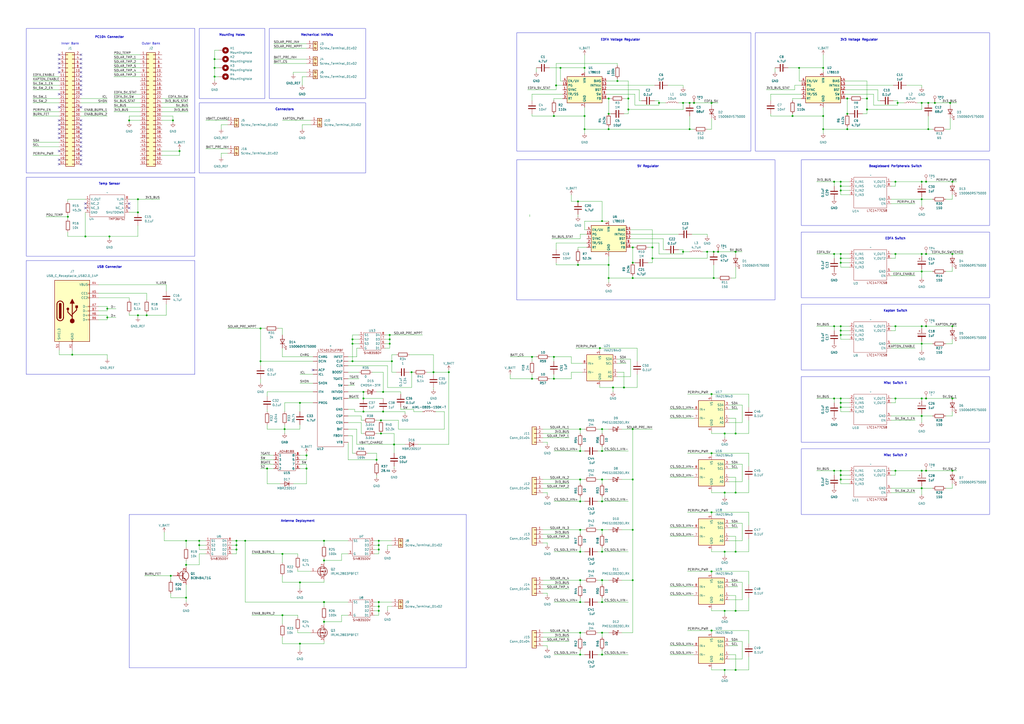
<source format=kicad_sch>
(kicad_sch (version 20231120) (generator "eeschema") (generator_version "8.0")
  (paper "A2")
  (junction (at 402.59 59.69))
  (junction (at 173.99 233.68))
  (junction (at 534.67 115.57))
  (junction (at 364.49 57.15))
  (junction (at 534.67 157.48))
  (junction (at 420.37 354.33))
  (junction (at 80.01 182.88))
  (junction (at 414.02 161.29))
  (junction (at 187.96 313.69))
  (junction (at 420.37 320.04))
  (junction (at 538.48 59.69))
  (junction (at 321.31 67.31))
  (junction (at 219.71 316.23))
  (junction (at 220.98 243.84))
  (junction (at 335.28 116.84))
  (junction (at 519.43 147.32))
  (junction (at 142.24 313.69))
  (junction (at 210.82 238.76))
  (junction (at 227.33 209.55))
  (junction (at 519.43 231.14))
  (junction (at 151.13 190.5))
  (junction (at 124.46 34.29))
  (junction (at 491.49 66.04))
  (junction (at 219.71 313.69))
  (junction (at 487.68 105.41))
  (junction (at 426.72 146.05))
  (junction (at 491.49 57.15))
  (junction (at 115.57 316.23))
  (junction (at 353.06 153.67))
  (junction (at 426.72 320.04))
  (junction (at 336.55 336.55))
  (junction (at 251.46 215.9))
  (junction (at 220.98 251.46))
  (junction (at 519.43 273.05))
  (junction (at 104.14 87.63))
  (junction (at 218.44 266.7))
  (junction (at 483.87 231.14))
  (junction (at 410.21 146.05))
  (junction (at 537.21 273.05))
  (junction (at 349.25 290.83))
  (junction (at 367.03 143.51))
  (junction (at 336.55 307.34))
  (junction (at 537.21 147.32))
  (junction (at 39.37 125.73))
  (junction (at 487.68 236.22))
  (junction (at 336.55 278.13))
  (junction (at 322.58 49.53))
  (junction (at 551.18 59.69))
  (junction (at 154.94 271.78))
  (junction (at 477.52 74.93))
  (junction (at 534.67 283.21))
  (junction (at 336.55 290.83))
  (junction (at 226.06 194.31))
  (junction (at 534.67 273.05))
  (junction (at 537.21 105.41))
  (junction (at 552.45 147.32))
  (junction (at 349.25 278.13))
  (junction (at 204.47 199.39))
  (junction (at 420.37 251.46))
  (junction (at 80.01 115.57))
  (junction (at 336.55 367.03))
  (junction (at 349.25 307.34))
  (junction (at 426.72 354.33))
  (junction (at 124.46 39.37))
  (junction (at 219.71 349.25))
  (junction (at 308.61 219.71))
  (junction (at 552.45 105.41))
  (junction (at 336.55 349.25))
  (junction (at 534.67 241.3))
  (junction (at 163.83 356.87))
  (junction (at 552.45 189.23))
  (junction (at 115.57 313.69))
  (junction (at 349.25 261.62))
  (junction (at 80.01 123.19))
  (junction (at 339.09 74.93))
  (junction (at 325.12 39.37))
  (junction (at 177.8 271.78))
  (junction (at 165.1 248.92))
  (junction (at 520.7 59.69))
  (junction (at 358.14 46.99))
  (junction (at 204.47 209.55))
  (junction (at 426.72 251.46))
  (junction (at 367.03 278.13))
  (junction (at 367.03 307.34))
  (junction (at 349.25 336.55))
  (junction (at 487.68 152.4))
  (junction (at 222.25 227.33))
  (junction (at 204.47 196.85))
  (junction (at 552.45 231.14))
  (junction (at 519.43 189.23))
  (junction (at 534.67 199.39))
  (junction (at 336.55 379.73))
  (junction (at 347.98 201.93))
  (junction (at 187.96 325.12))
  (junction (at 187.96 360.68))
  (junction (at 219.71 351.79))
  (junction (at 487.68 189.23))
  (junction (at 177.8 264.16))
  (junction (at 538.48 74.93))
  (junction (at 396.24 59.69))
  (junction (at 426.72 388.62))
  (junction (at 378.46 143.51))
  (junction (at 534.67 105.41))
  (junction (at 412.75 365.76))
  (junction (at 483.87 105.41))
  (junction (at 107.95 327.66))
  (junction (at 459.74 67.31))
  (junction (at 349.25 379.73))
  (junction (at 416.56 146.05))
  (junction (at 483.87 189.23))
  (junction (at 477.52 67.31))
  (junction (at 226.06 199.39))
  (junction (at 552.45 273.05))
  (junction (at 41.91 205.74))
  (junction (at 124.46 44.45))
  (junction (at 537.21 189.23))
  (junction (at 353.06 161.29))
  (junction (at 62.23 184.15))
  (junction (at 151.13 209.55))
  (junction (at 339.09 39.37))
  (junction (at 173.99 373.38))
  (junction (at 487.68 273.05))
  (junction (at 364.49 63.5))
  (junction (at 336.55 248.92))
  (junction (at 335.28 153.67))
  (junction (at 63.5 137.16))
  (junction (at 487.68 147.32))
  (junction (at 222.25 238.76))
  (junction (at 542.29 59.69))
  (junction (at 420.37 388.62))
  (junction (at 534.67 189.23))
  (junction (at 349.25 367.03))
  (junction (at 49.53 137.16))
  (junction (at 412.75 297.18))
  (junction (at 238.76 215.9))
  (junction (at 336.55 261.62))
  (junction (at 210.82 231.14))
  (junction (at 85.09 182.88))
  (junction (at 487.68 233.68))
  (junction (at 414.02 146.05))
  (junction (at 400.05 74.93))
  (junction (at 519.43 105.41))
  (junction (at 74.93 69.85))
  (junction (at 321.31 207.01))
  (junction (at 502.92 57.15))
  (junction (at 321.31 219.71))
  (junction (at 396.24 146.05))
  (junction (at 412.75 262.89))
  (junction (at 367.03 248.92))
  (junction (at 367.03 336.55))
  (junction (at 210.82 227.33))
  (junction (at 463.55 39.37))
  (junction (at 534.67 59.69))
  (junction (at 349.25 349.25))
  (junction (at 226.06 196.85))
  (junction (at 355.6 224.79))
  (junction (at 537.21 231.14))
  (junction (at 483.87 147.32))
  (junction (at 219.71 354.33))
  (junction (at 487.68 191.77))
  (junction (at 487.68 194.31))
  (junction (at 173.99 337.82))
  (junction (at 187.96 349.25))
  (junction (at 487.68 110.49))
  (junction (at 163.83 321.31))
  (junction (at 483.87 273.05))
  (junction (at 367.03 152.4))
  (junction (at 487.68 231.14))
  (junction (at 361.95 224.79))
  (junction (at 107.95 346.71))
  (junction (at 137.16 318.77))
  (junction (at 477.52 39.37))
  (junction (at 260.35 215.9))
  (junction (at 382.27 59.69))
  (junction (at 412.75 228.6))
  (junction (at 367.03 161.29))
  (junction (at 491.49 74.93))
  (junction (at 107.95 313.69))
  (junction (at 420.37 285.75))
  (junction (at 99.06 334.01))
  (junction (at 349.25 248.92))
  (junction (at 336.55 320.04))
  (junction (at 412.75 59.69))
  (junction (at 534.67 231.14))
  (junction (at 353.06 66.04))
  (junction (at 228.6 257.81))
  (junction (at 400.05 59.69))
  (junction (at 378.46 149.86))
  (junction (at 137.16 313.69))
  (junction (at 353.06 74.93))
  (junction (at 412.75 331.47))
  (junction (at 487.68 149.86))
  (junction (at 502.92 63.5))
  (junction (at 137.16 316.23))
  (junction (at 534.67 147.32))
  (junction (at 487.68 107.95))
  (junction (at 62.23 179.07))
  (junction (at 487.68 278.13))
  (junction (at 349.25 128.27))
  (junction (at 100.33 69.85))
  (junction (at 353.06 57.15))
  (junction (at 349.25 320.04))
  (junction (at 219.71 318.77))
  (junction (at 487.68 275.59))
  (junction (at 308.61 207.01))
  (junction (at 426.72 285.75))
  (junction (at 339.09 67.31))
  (no_connect (at 74.93 120.65))
  (no_connect (at 34.29 69.85))
  (no_connect (at 34.29 34.29))
  (no_connect (at 46.99 36.83))
  (no_connect (at 46.99 54.61))
  (no_connect (at 46.99 90.17))
  (no_connect (at 34.29 74.93))
  (no_connect (at 46.99 41.91))
  (no_connect (at 46.99 77.47))
  (no_connect (at 46.99 80.01))
  (no_connect (at 46.99 49.53))
  (no_connect (at 46.99 87.63))
  (no_connect (at 46.99 62.23))
  (no_connect (at 34.29 87.63))
  (no_connect (at 46.99 39.37))
  (no_connect (at 46.99 31.75))
  (no_connect (at 46.99 34.29))
  (no_connect (at 46.99 85.09))
  (no_connect (at 34.29 31.75))
  (no_connect (at 181.61 214.63))
  (no_connect (at 34.29 41.91))
  (no_connect (at 46.99 46.99))
  (no_connect (at 46.99 92.71))
  (no_connect (at 46.99 69.85))
  (no_connect (at 74.93 118.11))
  (no_connect (at 34.29 92.71))
  (no_connect (at 49.53 120.65))
  (no_connect (at 34.29 77.47))
  (no_connect (at 34.29 39.37))
  (no_connect (at 34.29 95.25))
  (no_connect (at 34.29 54.61))
  (no_connect (at 49.53 118.11))
  (no_connect (at 46.99 52.07))
  (no_connect (at 46.99 72.39))
  (no_connect (at 46.99 74.93))
  (no_connect (at 46.99 95.25))
  (no_connect (at 34.29 62.23))
  (no_connect (at 34.29 80.01))
  (no_connect (at 34.29 72.39))
  (no_connect (at 46.99 44.45))
  (no_connect (at 34.29 36.83))
  (no_connect (at 46.99 82.55))
  (wire (pts (xy 335.28 143.51) (xy 335.28 144.78)))
  (wire (pts (xy 361.95 66.04) (xy 364.49 66.04)))
  (wire (pts (xy 100.33 67.31) (xy 100.33 69.85)))
  (wire (pts (xy 412.75 318.77) (xy 412.75 320.04)))
  (wire (pts (xy 173.99 264.16) (xy 177.8 264.16)))
  (wire (pts (xy 457.2 39.37) (xy 463.55 39.37)))
  (wire (pts (xy 154.94 237.49) (xy 154.94 238.76)))
  (wire (pts (xy 218.44 267.97) (xy 218.44 266.7)))
  (wire (pts (xy 204.47 262.89) (xy 204.47 252.73)))
  (wire (pts (xy 62.23 179.07) (xy 62.23 180.34)))
  (wire (pts (xy 426.72 311.15) (xy 426.72 320.04)))
  (wire (pts (xy 228.6 251.46) (xy 228.6 257.81)))
  (wire (pts (xy 353.06 73.66) (xy 353.06 74.93)))
  (wire (pts (xy 414.02 161.29) (xy 414.02 153.67)))
  (wire (pts (xy 422.91 382.27) (xy 430.53 382.27)))
  (wire (pts (xy 339.09 133.35) (xy 339.09 128.27)))
  (wire (pts (xy 349.25 128.27) (xy 349.25 116.84)))
  (wire (pts (xy 388.62 379.73) (xy 402.59 379.73)))
  (wire (pts (xy 39.37 116.84) (xy 39.37 115.57)))
  (wire (pts (xy 388.62 306.07) (xy 402.59 306.07)))
  (wire (pts (xy 351.79 54.61) (xy 368.3 54.61)))
  (wire (pts (xy 173.99 373.38) (xy 187.96 373.38)))
  (wire (pts (xy 115.57 316.23) (xy 115.57 318.77)))
  (wire (pts (xy 349.25 248.92) (xy 349.25 251.46)))
  (wire (pts (xy 19.05 67.31) (xy 34.29 67.31)))
  (wire (pts (xy 66.04 44.45) (xy 81.28 44.45)))
  (wire (pts (xy 251.46 215.9) (xy 251.46 217.17)))
  (wire (pts (xy 226.06 199.39) (xy 226.06 196.85)))
  (wire (pts (xy 449.58 39.37) (xy 449.58 41.91)))
  (wire (pts (xy 422.91 372.11) (xy 430.53 372.11)))
  (wire (pts (xy 251.46 224.79) (xy 251.46 226.06)))
  (wire (pts (xy 487.68 105.41) (xy 487.68 107.95)))
  (wire (pts (xy 412.75 229.87) (xy 412.75 228.6)))
  (wire (pts (xy 336.55 320.04) (xy 339.09 320.04)))
  (wire (pts (xy 99.06 334.01) (xy 100.33 334.01)))
  (wire (pts (xy 201.93 245.11) (xy 209.55 245.11)))
  (wire (pts (xy 173.99 271.78) (xy 177.8 271.78)))
  (wire (pts (xy 393.7 59.69) (xy 396.24 59.69)))
  (wire (pts (xy 234.95 238.76) (xy 234.95 240.03)))
  (wire (pts (xy 260.35 257.81) (xy 242.57 257.81)))
  (wire (pts (xy 223.52 201.93) (xy 226.06 201.93)))
  (wire (pts (xy 353.06 66.04) (xy 354.33 66.04)))
  (wire (pts (xy 177.8 41.91) (xy 170.18 41.91)))
  (wire (pts (xy 331.47 207.01) (xy 321.31 207.01)))
  (wire (pts (xy 422.91 306.07) (xy 427.99 306.07)))
  (wire (pts (xy 414.02 161.29) (xy 416.56 161.29)))
  (wire (pts (xy 463.55 39.37) (xy 477.52 39.37)))
  (wire (pts (xy 163.83 373.38) (xy 173.99 373.38)))
  (wire (pts (xy 516.89 241.3) (xy 534.67 241.3)))
  (wire (pts (xy 154.94 229.87) (xy 154.94 227.33)))
  (wire (pts (xy 107.95 339.09) (xy 107.95 346.71)))
  (wire (pts (xy 378.46 149.86) (xy 410.21 149.86)))
  (wire (pts (xy 422.91 237.49) (xy 427.99 237.49)))
  (wire (pts (xy 134.62 316.23) (xy 137.16 316.23)))
  (wire (pts (xy 308.61 219.71) (xy 311.15 219.71)))
  (wire (pts (xy 99.06 336.55) (xy 99.06 334.01)))
  (wire (pts (xy 487.68 147.32) (xy 487.68 149.86)))
  (wire (pts (xy 314.96 367.03) (xy 336.55 367.03)))
  (wire (pts (xy 355.6 224.79) (xy 355.6 227.33)))
  (wire (pts (xy 66.04 31.75) (xy 81.28 31.75)))
  (wire (pts (xy 336.55 290.83) (xy 339.09 290.83)))
  (wire (pts (xy 260.35 215.9) (xy 260.35 214.63)))
  (wire (pts (xy 66.04 39.37) (xy 81.28 39.37)))
  (wire (pts (xy 358.14 210.82) (xy 363.22 210.82)))
  (wire (pts (xy 238.76 215.9) (xy 240.03 215.9)))
  (wire (pts (xy 396.24 63.5) (xy 396.24 59.69)))
  (wire (pts (xy 430.53 347.98) (xy 430.53 337.82)))
  (wire (pts (xy 330.2 341.63) (xy 314.96 341.63)))
  (wire (pts (xy 346.71 278.13) (xy 349.25 278.13)))
  (wire (pts (xy 360.68 278.13) (xy 367.03 278.13)))
  (wire (pts (xy 215.9 215.9) (xy 222.25 215.9)))
  (wire (pts (xy 422.91 379.73) (xy 426.72 379.73)))
  (wire (pts (xy 177.8 280.67) (xy 177.8 271.78)))
  (wire (pts (xy 473.71 273.05) (xy 483.87 273.05)))
  (wire (pts (xy 492.76 194.31) (xy 487.68 194.31)))
  (wire (pts (xy 124.46 39.37) (xy 124.46 34.29)))
  (wire (pts (xy 422.91 234.95) (xy 430.53 234.95)))
  (wire (pts (xy 487.68 273.05) (xy 487.68 275.59)))
  (wire (pts (xy 231.14 248.92) (xy 257.81 248.92)))
  (wire (pts (xy 330.2 312.42) (xy 314.96 312.42)))
  (wire (pts (xy 534.67 240.03) (xy 534.67 241.3)))
  (wire (pts (xy 251.46 205.74) (xy 251.46 215.9)))
  (wire (pts (xy 173.99 222.25) (xy 181.61 222.25)))
  (wire (pts (xy 463.55 46.99) (xy 464.82 46.99)))
  (wire (pts (xy 519.43 149.86) (xy 519.43 147.32)))
  (wire (pts (xy 336.55 248.92) (xy 336.55 251.46)))
  (wire (pts (xy 314.96 248.92) (xy 336.55 248.92)))
  (wire (pts (xy 426.72 242.57) (xy 426.72 251.46)))
  (wire (pts (xy 330.2 372.11) (xy 314.96 372.11)))
  (wire (pts (xy 422.91 303.53) (xy 430.53 303.53)))
  (wire (pts (xy 163.83 207.01) (xy 181.61 207.01)))
  (wire (pts (xy 66.04 62.23) (xy 81.28 62.23)))
  (wire (pts (xy 349.25 290.83) (xy 364.49 290.83)))
  (wire (pts (xy 552.45 283.21) (xy 552.45 280.67)))
  (wire (pts (xy 201.93 209.55) (xy 204.47 209.55)))
  (wire (pts (xy 487.68 152.4) (xy 487.68 154.94)))
  (wire (pts (xy 398.78 365.76) (xy 412.75 365.76)))
  (wire (pts (xy 434.34 388.62) (xy 426.72 388.62)))
  (wire (pts (xy 360.68 336.55) (xy 367.03 336.55)))
  (wire (pts (xy 41.91 203.2) (xy 41.91 205.74)))
  (wire (pts (xy 19.05 52.07) (xy 34.29 52.07)))
  (wire (pts (xy 119.38 86.36) (xy 132.08 86.36)))
  (wire (pts (xy 487.68 147.32) (xy 492.76 147.32)))
  (wire (pts (xy 226.06 201.93) (xy 226.06 199.39)))
  (wire (pts (xy 336.55 367.03) (xy 336.55 369.57)))
  (wire (pts (xy 115.57 321.31) (xy 119.38 321.31)))
  (wire (pts (xy 509.27 58.42) (xy 510.54 58.42)))
  (wire (pts (xy 364.49 46.99) (xy 364.49 57.15)))
  (wire (pts (xy 322.58 49.53) (xy 326.39 49.53)))
  (wire (pts (xy 398.78 297.18) (xy 412.75 297.18)))
  (wire (pts (xy 308.61 67.31) (xy 321.31 67.31)))
  (wire (pts (xy 534.67 105.41) (xy 537.21 105.41)))
  (wire (pts (xy 74.93 182.88) (xy 80.01 182.88)))
  (wire (pts (xy 490.22 54.61) (xy 506.73 54.61)))
  (wire (pts (xy 426.72 146.05) (xy 430.53 146.05)))
  (wire (pts (xy 551.18 59.69) (xy 554.99 59.69)))
  (wire (pts (xy 434.34 297.18) (xy 434.34 304.8)))
  (wire (pts (xy 552.45 115.57) (xy 552.45 113.03)))
  (wire (pts (xy 516.89 231.14) (xy 519.43 231.14)))
  (wire (pts (xy 124.46 39.37) (xy 127 39.37)))
  (wire (pts (xy 322.58 140.97) (xy 322.58 144.78)))
  (wire (pts (xy 330.2 339.09) (xy 314.96 339.09)))
  (wire (pts (xy 326.39 54.61) (xy 308.61 54.61)))
  (wire (pts (xy 204.47 194.31) (xy 208.28 194.31)))
  (wire (pts (xy 492.76 107.95) (xy 487.68 107.95)))
  (wire (pts (xy 400.05 59.69) (xy 402.59 59.69)))
  (wire (pts (xy 57.15 165.1) (xy 96.52 165.1)))
  (wire (pts (xy 422.91 345.44) (xy 426.72 345.44)))
  (wire (pts (xy 336.55 346.71) (xy 336.55 349.25)))
  (wire (pts (xy 205.74 238.76) (xy 210.82 238.76)))
  (wire (pts (xy 228.6 270.51) (xy 228.6 271.78)))
  (wire (pts (xy 434.34 228.6) (xy 412.75 228.6)))
  (wire (pts (xy 172.72 356.87) (xy 172.72 358.14)))
  (wire (pts (xy 422.91 311.15) (xy 426.72 311.15)))
  (wire (pts (xy 537.21 189.23) (xy 552.45 189.23)))
  (wire (pts (xy 398.78 262.89) (xy 412.75 262.89)))
  (wire (pts (xy 534.67 283.21) (xy 534.67 287.02)))
  (wire (pts (xy 314.96 314.96) (xy 317.5 314.96)))
  (wire (pts (xy 107.95 327.66) (xy 107.95 328.93)))
  (wire (pts (xy 172.72 321.31) (xy 172.72 322.58)))
  (wire (pts (xy 502.92 66.04) (xy 502.92 63.5)))
  (wire (pts (xy 314.96 374.65) (xy 317.5 374.65)))
  (wire (pts (xy 492.76 280.67) (xy 487.68 280.67)))
  (wire (pts (xy 209.55 241.3) (xy 209.55 243.84)))
  (wire (pts (xy 93.98 69.85) (xy 100.33 69.85)))
  (wire (pts (xy 361.95 57.15) (xy 364.49 57.15)))
  (wire (pts (xy 339.09 67.31) (xy 339.09 74.93)))
  (wire (pts (xy 412.75 353.06) (xy 412.75 354.33)))
  (wire (pts (xy 62.23 184.15) (xy 67.31 184.15)))
  (wire (pts (xy 369.57 217.17) (xy 369.57 224.79)))
  (wire (pts (xy 502.92 46.99) (xy 502.92 57.15)))
  (wire (pts (xy 172.72 330.2) (xy 172.72 331.47)))
  (wire (pts (xy 128.27 72.39) (xy 128.27 74.93)))
  (wire (pts (xy 464.82 54.61) (xy 447.04 54.61)))
  (wire (pts (xy 175.26 44.45) (xy 175.26 49.53)))
  (wire (pts (xy 349.25 248.92) (xy 353.06 248.92)))
  (wire (pts (xy 85.09 182.88) (xy 85.09 181.61)))
  (wire (pts (xy 346.71 349.25) (xy 349.25 349.25)))
  (wire (pts (xy 422.91 269.24) (xy 430.53 269.24)))
  (wire (pts (xy 222.25 227.33) (xy 232.41 227.33)))
  (wire (pts (xy 491.49 74.93) (xy 538.48 74.93)))
  (wire (pts (xy 154.94 246.38) (xy 154.94 248.92)))
  (wire (pts (xy 325.12 46.99) (xy 326.39 46.99)))
  (wire (pts (xy 412.75 388.62) (xy 420.37 388.62)))
  (wire (pts (xy 365.76 135.89) (xy 393.7 135.89)))
  (wire (pts (xy 201.93 241.3) (xy 209.55 241.3)))
  (wire (pts (xy 217.17 316.23) (xy 219.71 316.23)))
  (wire (pts (xy 201.93 223.52) (xy 205.74 223.52)))
  (wire (pts (xy 520.7 59.69) (xy 524.51 59.69)))
  (wire (pts (xy 19.05 57.15) (xy 34.29 57.15)))
  (wire (pts (xy 336.55 280.67) (xy 336.55 278.13)))
  (wire (pts (xy 39.37 137.16) (xy 49.53 137.16)))
  (wire (pts (xy 137.16 321.31) (xy 137.16 318.77)))
  (wire (pts (xy 219.71 316.23) (xy 219.71 313.69)))
  (wire (pts (xy 210.82 227.33) (xy 210.82 231.14)))
  (wire (pts (xy 163.83 321.31) (xy 163.83 326.39)))
  (wire (pts (xy 311.15 39.37) (xy 311.15 41.91)))
  (wire (pts (xy 551.18 59.69) (xy 551.18 60.96)))
  (wire (pts (xy 519.43 105.41) (xy 534.67 105.41)))
  (wire (pts (xy 483.87 273.05) (xy 487.68 273.05)))
  (wire (pts (xy 93.98 62.23) (xy 109.22 62.23)))
  (wire (pts (xy 165.1 233.68) (xy 165.1 238.76)))
  (wire (pts (xy 187.96 373.38) (xy 187.96 372.11)))
  (wire (pts (xy 334.01 201.93) (xy 347.98 201.93)))
  (wire (pts (xy 519.43 275.59) (xy 519.43 273.05)))
  (wire (pts (xy 473.71 231.14) (xy 483.87 231.14)))
  (wire (pts (xy 339.09 77.47) (xy 339.09 74.93)))
  (wire (pts (xy 463.55 39.37) (xy 463.55 46.99)))
  (wire (pts (xy 483.87 189.23) (xy 487.68 189.23)))
  (wire (pts (xy 346.71 320.04) (xy 349.25 320.04)))
  (wire (pts (xy 534.67 156.21) (xy 534.67 157.48)))
  (wire (pts (xy 39.37 124.46) (xy 39.37 125.73)))
  (wire (pts (xy 173.99 269.24) (xy 177.8 269.24)))
  (wire (pts (xy 204.47 262.89) (xy 205.74 262.89)))
  (wire (pts (xy 219.71 349.25) (xy 219.71 351.79)))
  (wire (pts (xy 422.91 313.69) (xy 430.53 313.69)))
  (wire (pts (xy 367.03 248.92) (xy 378.46 248.92)))
  (wire (pts (xy 349.25 261.62) (xy 364.49 261.62)))
  (wire (pts (xy 400.05 74.93) (xy 400.05 67.31)))
  (wire (pts (xy 308.61 217.17) (xy 308.61 219.71)))
  (wire (pts (xy 464.82 57.15) (xy 459.74 57.15)))
  (wire (pts (xy 95.25 308.61) (xy 95.25 313.69)))
  (wire (pts (xy 358.14 215.9) (xy 361.95 215.9)))
  (wire (pts (xy 534.67 59.69) (xy 538.48 59.69)))
  (wire (pts (xy 331.47 210.82) (xy 331.47 207.01)))
  (wire (pts (xy 412.75 332.74) (xy 412.75 331.47)))
  (wire (pts (xy 321.31 349.25) (xy 336.55 349.25)))
  (wire (pts (xy 163.83 334.01) (xy 163.83 337.82)))
  (wire (pts (xy 534.67 114.3) (xy 534.67 115.57)))
  (wire (pts (xy 142.24 349.25) (xy 187.96 349.25)))
  (wire (pts (xy 331.47 210.82) (xy 337.82 210.82)))
  (wire (pts (xy 19.05 59.69) (xy 34.29 59.69)))
  (wire (pts (xy 396.24 49.53) (xy 396.24 50.8)))
  (wire (pts (xy 124.46 34.29) (xy 124.46 29.21)))
  (wire (pts (xy 137.16 313.69) (xy 142.24 313.69)))
  (wire (pts (xy 201.93 207.01) (xy 207.01 207.01)))
  (wire (pts (xy 384.81 144.78) (xy 386.08 144.78)))
  (wire (pts (xy 151.13 209.55) (xy 181.61 209.55)))
  (wire (pts (xy 331.47 215.9) (xy 337.82 215.9)))
  (wire (pts (xy 321.31 66.04) (xy 321.31 67.31)))
  (wire (pts (xy 516.89 107.95) (xy 519.43 107.95)))
  (wire (pts (xy 477.52 31.75) (xy 477.52 39.37)))
  (wire (pts (xy 349.25 336.55) (xy 353.06 336.55)))
  (wire (pts (xy 220.98 251.46) (xy 228.6 251.46)))
  (wire (pts (xy 336.55 377.19) (xy 336.55 379.73)))
  (wire (pts (xy 204.47 199.39) (xy 204.47 196.85)))
  (wire (pts (xy 336.55 307.34) (xy 336.55 309.88)))
  (wire (pts (xy 187.96 337.82) (xy 187.96 336.55)))
  (wire (pts (xy 339.09 62.23) (xy 339.09 67.31)))
  (wire (pts (xy 62.23 180.34) (xy 57.15 180.34)))
  (wire (pts (xy 124.46 44.45) (xy 124.46 39.37)))
  (wire (pts (xy 224.79 318.77) (xy 224.79 316.23)))
  (wire (pts (xy 336.55 138.43) (xy 336.55 135.89)))
  (wire (pts (xy 412.75 74.93) (xy 412.75 68.58)))
  (wire (pts (xy 434.34 228.6) (xy 434.34 236.22)))
  (wire (pts (xy 218.44 266.7) (xy 218.44 262.89)))
  (wire (pts (xy 222.25 238.76) (xy 234.95 238.76)))
  (wire (pts (xy 231.14 243.84) (xy 231.14 248.92)))
  (wire (pts (xy 57.15 177.8) (xy 62.23 177.8)))
  (wire (pts (xy 314.96 336.55) (xy 336.55 336.55)))
  (wire (pts (xy 93.98 87.63) (xy 104.14 87.63)))
  (wire (pts (xy 172.72 365.76) (xy 172.72 367.03)))
  (wire (pts (xy 335.28 152.4) (xy 335.28 153.67)))
  (wire (pts (xy 367.03 143.51) (xy 368.3 143.51)))
  (wire (pts (xy 422.91 340.36) (xy 427.99 340.36)))
  (wire (pts (xy 173.99 337.82) (xy 173.99 341.63)))
  (wire (pts (xy 119.38 69.85) (xy 132.08 69.85)))
  (wire (pts (xy 34.29 203.2) (xy 34.29 205.74)))
  (wire (pts (xy 542.29 59.69) (xy 551.18 59.69)))
  (wire (pts (xy 416.56 146.05) (xy 426.72 146.05)))
  (wire (pts (xy 360.68 248.92) (xy 367.03 248.92)))
  (wire (pts (xy 349.25 261.62) (xy 349.25 259.08)))
  (wire (pts (xy 62.23 182.88) (xy 62.23 184.15)))
  (wire (pts (xy 420.37 251.46) (xy 420.37 254)))
  (wire (pts (xy 434.34 320.04) (xy 426.72 320.04)))
  (wire (pts (xy 80.01 115.57) (xy 92.71 115.57)))
  (wire (pts (xy 388.62 311.15) (xy 402.59 311.15)))
  (wire (pts (xy 487.68 273.05) (xy 492.76 273.05)))
  (wire (pts (xy 426.72 154.94) (xy 426.72 161.29)))
  (wire (pts (xy 552.45 273.05) (xy 554.99 273.05)))
  (wire (pts (xy 173.99 217.17) (xy 181.61 217.17)))
  (wire (pts (xy 19.05 82.55) (xy 34.29 82.55)))
  (wire (pts (xy 353.06 163.83) (xy 353.06 161.29)))
  (wire (pts (xy 317.5 285.75) (xy 317.5 287.02)))
  (wire (pts (xy 201.93 212.09) (xy 224.79 212.09)))
  (wire (pts (xy 19.05 90.17) (xy 34.29 90.17)))
  (wire (pts (xy 170.18 280.67) (xy 177.8 280.67)))
  (wire (pts (xy 314.96 256.54) (xy 317.5 256.54)))
  (wire (pts (xy 49.53 123.19) (xy 49.53 137.16)))
  (wire (pts (xy 487.68 191.77) (xy 487.68 194.31)))
  (wire (pts (xy 492.76 154.94) (xy 487.68 154.94)))
  (wire (pts (xy 361.95 215.9) (xy 361.95 224.79)))
  (wire (pts (xy 331.47 113.03) (xy 331.47 116.84)))
  (wire (pts (xy 534.67 157.48) (xy 534.67 161.29)))
  (wire (pts (xy 407.67 146.05) (xy 410.21 146.05)))
  (wire (pts (xy 532.13 59.69) (xy 534.67 59.69)))
  (wire (pts (xy 295.91 219.71) (xy 308.61 219.71)))
  (wire (pts (xy 172.72 331.47) (xy 180.34 331.47)))
  (wire (pts (xy 447.04 67.31) (xy 459.74 67.31)))
  (wire (pts (xy 412.75 59.69) (xy 416.56 59.69)))
  (wire (pts (xy 534.67 147.32) (xy 537.21 147.32)))
  (wire (pts (xy 95.25 313.69) (xy 107.95 313.69)))
  (wire (pts (xy 19.05 46.99) (xy 34.29 46.99)))
  (wire (pts (xy 477.52 62.23) (xy 477.52 67.31)))
  (wire (pts (xy 534.67 241.3) (xy 541.02 241.3)))
  (wire (pts (xy 115.57 313.69) (xy 115.57 316.23)))
  (wire (pts (xy 217.17 351.79) (xy 219.71 351.79)))
  (wire (pts (xy 165.1 246.38) (xy 165.1 248.92)))
  (wire (pts (xy 49.53 137.16) (xy 63.5 137.16)))
  (wire (pts (xy 534.67 231.14) (xy 534.67 232.41)))
  (wire (pts (xy 519.43 107.95) (xy 519.43 105.41)))
  (wire (pts (xy 218.44 275.59) (xy 218.44 276.86)))
  (wire (pts (xy 420.37 354.33) (xy 420.37 356.87)))
  (wire (pts (xy 382.27 140.97) (xy 382.27 147.32)))
  (wire (pts (xy 198.12 321.31) (xy 201.93 321.31)))
  (wire (pts (xy 219.71 349.25) (xy 227.33 349.25)))
  (wire (pts (xy 187.96 313.69) (xy 201.93 313.69)))
  (wire (pts (xy 434.34 285.75) (xy 426.72 285.75)))
  (wire (pts (xy 115.57 316.23) (xy 119.38 316.23)))
  (wire (pts (xy 491.49 57.15) (xy 492.76 57.15)))
  (wire (pts (xy 134.62 313.69) (xy 137.16 313.69)))
  (wire (pts (xy 99.06 344.17) (xy 99.06 346.71)))
  (wire (pts (xy 124.46 34.29) (xy 127 34.29)))
  (wire (pts (xy 492.76 233.68) (xy 487.68 233.68)))
  (wire (pts (xy 502.92 63.5) (xy 534.67 63.5)))
  (wire (pts (xy 321.31 219.71) (xy 331.47 219.71)))
  (wire (pts (xy 426.72 354.33) (xy 420.37 354.33)))
  (wire (pts (xy 322.58 36.83) (xy 322.58 49.53)))
  (wire (pts (xy 520.7 58.42) (xy 520.7 59.69)))
  (wire (pts (xy 367.03 160.02) (xy 367.03 161.29)))
  (wire (pts (xy 369.57 201.93) (xy 369.57 209.55)))
  (wire (pts (xy 426.72 161.29) (xy 424.18 161.29)))
  (wire (pts (xy 209.55 245.11) (xy 209.55 251.46)))
  (wire (pts (xy 548.64 115.57) (xy 552.45 115.57)))
  (wire (pts (xy 534.67 198.12) (xy 534.67 199.39)))
  (wire (pts (xy 205.74 237.49) (xy 205.74 238.76)))
  (wire (pts (xy 351.79 49.53) (xy 379.73 49.53)))
  (wire (pts (xy 516.89 273.05) (xy 519.43 273.05)))
  (wire (pts (xy 134.62 318.77) (xy 137.16 318.77)))
  (wire (pts (xy 198.12 360.68) (xy 198.12 356.87)))
  (wire (pts (xy 444.5 52.07) (xy 461.01 52.07)))
  (wire (pts (xy 187.96 349.25) (xy 187.96 351.79)))
  (wire (pts (xy 367.03 278.13) (xy 367.03 307.34)))
  (wire (pts (xy 228.6 257.81) (xy 234.95 257.81)))
  (wire (pts (xy 459.74 66.04) (xy 459.74 67.31)))
  (wire (pts (xy 412.75 264.16) (xy 412.75 262.89)))
  (wire (pts (xy 187.96 360.68) (xy 187.96 361.95)))
  (wire (pts (xy 336.55 336.55) (xy 339.09 336.55)))
  (wire (pts (xy 396.24 144.78) (xy 393.7 144.78)))
  (wire (pts (xy 321.31 209.55) (xy 321.31 207.01)))
  (wire (pts (xy 217.17 354.33) (xy 219.71 354.33)))
  (wire (pts (xy 492.76 152.4) (xy 487.68 152.4)))
  (wire (pts (xy 434.34 365.76) (xy 434.34 373.38)))
  (wire (pts (xy 336.55 261.62) (xy 339.09 261.62)))
  (wire (pts (xy 552.45 105.41) (xy 554.99 105.41)))
  (wire (pts (xy 66.04 64.77) (xy 81.28 64.77)))
  (wire (pts (xy 537.21 105.41) (xy 552.45 105.41)))
  (wire (pts (xy 412.75 387.35) (xy 412.75 388.62)))
  (wire (pts (xy 154.94 271.78) (xy 154.94 280.67)))
  (wire (pts (xy 519.43 273.05) (xy 534.67 273.05)))
  (wire (pts (xy 491.49 73.66) (xy 491.49 74.93)))
  (wire (pts (xy 490.22 49.53) (xy 518.16 49.53)))
  (wire (pts (xy 80.01 130.81) (xy 80.01 137.16)))
  (wire (pts (xy 358.14 36.83) (xy 358.14 38.1)))
  (wire (pts (xy 382.27 59.69) (xy 386.08 59.69)))
  (wire (pts (xy 314.96 278.13) (xy 336.55 278.13)))
  (wire (pts (xy 317.5 344.17) (xy 317.5 345.44)))
  (wire (pts (xy 62.23 179.07) (xy 67.31 179.07)))
  (wire (pts (xy 201.93 266.7) (xy 218.44 266.7)))
  (wire (pts (xy 172.72 367.03) (xy 180.34 367.03)))
  (wire (pts (xy 210.82 238.76) (xy 222.25 238.76)))
  (wire (pts (xy 492.76 110.49) (xy 487.68 110.49)))
  (wire (pts (xy 158.75 25.4) (xy 177.8 25.4)))
  (wire (pts (xy 74.93 115.57) (xy 80.01 115.57)))
  (wire (pts (xy 335.28 153.67) (xy 353.06 153.67)))
  (wire (pts (xy 360.68 307.34) (xy 367.03 307.34)))
  (wire (pts (xy 62.23 67.31) (xy 46.99 67.31)))
  (wire (pts (xy 477.52 77.47) (xy 477.52 74.93)))
  (wire (pts (xy 420.37 285.75) (xy 420.37 288.29)))
  (wire (pts (xy 378.46 143.51) (xy 378.46 149.86)))
  (wire (pts (xy 492.76 238.76) (xy 487.68 238.76)))
  (wire (pts (xy 325.12 39.37) (xy 325.12 46.99)))
  (wire (pts (xy 483.87 107.95) (xy 483.87 105.41)))
  (wire (pts (xy 426.72 345.44) (xy 426.72 354.33)))
  (wire (pts (xy 516.89 147.32) (xy 519.43 147.32)))
  (wire (pts (xy 85.09 170.18) (xy 85.09 173.99)))
  (wire (pts (xy 516.89 191.77) (xy 519.43 191.77)))
  (wire (pts (xy 295.91 217.17) (xy 295.91 219.71)))
  (wire (pts (xy 516.89 201.93) (xy 530.86 201.93)))
  (wire (pts (xy 260.35 215.9) (xy 260.35 257.81)))
  (wire (pts (xy 124.46 29.21) (xy 127 29.21)))
  (wire (pts (xy 461.01 49.53) (xy 464.82 49.53)))
  (wire (pts (xy 219.71 313.69) (xy 227.33 313.69)))
  (wire (pts (xy 487.68 231.14) (xy 487.68 233.68)))
  (wire (pts (xy 420.37 320.04) (xy 420.37 322.58)))
  (wire (pts (xy 154.94 227.33) (xy 181.61 227.33)))
  (wire (pts (xy 331.47 219.71) (xy 331.47 215.9)))
  (wire (pts (xy 434.34 262.89) (xy 434.34 270.51)))
  (wire (pts (xy 353.06 74.93) (xy 400.05 74.93)))
  (wire (pts (xy 434.34 262.89) (xy 412.75 262.89)))
  (wire (pts (xy 500.38 57.15) (xy 502.92 57.15)))
  (wire (pts (xy 340.36 140.97) (xy 322.58 140.97)))
  (wire (pts (xy 66.04 36.83) (xy 81.28 36.83)))
  (wire (pts (xy 251.46 215.9) (xy 260.35 215.9)))
  (wire (pts (xy 177.8 269.24) (xy 177.8 271.78)))
  (wire (pts (xy 232.41 227.33) (xy 232.41 228.6)))
  (wire (pts (xy 358.14 45.72) (xy 358.14 46.99)))
  (wire (pts (xy 163.83 69.85) (xy 180.34 69.85)))
  (wire (pts (xy 34.29 205.74) (xy 41.91 205.74)))
  (wire (pts (xy 388.62 237.49) (xy 402.59 237.49)))
  (wire (pts (xy 351.79 46.99) (xy 358.14 46.99)))
  (wire (pts (xy 19.05 64.77) (xy 34.29 64.77)))
  (wire (pts (xy 534.67 189.23) (xy 537.21 189.23)))
  (wire (pts (xy 318.77 207.01) (xy 321.31 207.01)))
  (wire (pts (xy 384.81 144.78) (xy 384.81 138.43)))
  (wire (pts (xy 412.75 354.33) (xy 420.37 354.33)))
  (wire (pts (xy 534.67 231.14) (xy 537.21 231.14)))
  (wire (pts (xy 74.93 181.61) (xy 74.93 182.88)))
  (wire (pts (xy 509.27 52.07) (xy 490.22 52.07)))
  (wire (pts (xy 314.96 307.34) (xy 336.55 307.34)))
  (wire (pts (xy 219.71 318.77) (xy 219.71 316.23)))
  (wire (pts (xy 219.71 356.87) (xy 219.71 354.33)))
  (wire (pts (xy 163.83 190.5) (xy 163.83 194.31)))
  (wire (pts (xy 353.06 57.15) (xy 353.06 66.04)))
  (wire (pts (xy 349.25 320.04) (xy 364.49 320.04)))
  (wire (pts (xy 151.13 219.71) (xy 151.13 222.25)))
  (wire (pts (xy 548.64 199.39) (xy 552.45 199.39)))
  (wire (pts (xy 412.75 285.75) (xy 420.37 285.75)))
  (wire (pts (xy 347.98 203.2) (xy 347.98 201.93)))
  (wire (pts (xy 57.15 182.88) (xy 62.23 182.88)))
  (wire (pts (xy 151.13 209.55) (xy 151.13 212.09)))
  (wire (pts (xy 57.15 170.18) (xy 85.09 170.18)))
  (wire (pts (xy 177.8 264.16) (xy 177.8 262.89)))
  (wire (pts (xy 314.96 285.75) (xy 317.5 285.75)))
  (wire (pts (xy 487.68 194.31) (xy 487.68 196.85)))
  (wire (pts (xy 198.12 356.87) (xy 201.93 356.87)))
  (wire (pts (xy 62.23 185.42) (xy 57.15 185.42)))
  (wire (pts (xy 434.34 354.33) (xy 426.72 354.33)))
  (wire (pts (xy 534.67 157.48) (xy 541.02 157.48)))
  (wire (pts (xy 364.49 66.04) (xy 364.49 63.5)))
  (wire (pts (xy 151.13 266.7) (xy 158.75 266.7)))
  (wire (pts (xy 209.55 243.84) (xy 210.82 243.84)))
  (wire (pts (xy 370.84 58.42) (xy 372.11 58.42)))
  (wire (pts (xy 346.71 290.83) (xy 349.25 290.83)))
  (wire (pts (xy 509.27 58.42) (xy 509.27 52.07)))
  (wire (pts (xy 361.95 224.79) (xy 355.6 224.79)))
  (wire (pts (xy 74.93 123.19) (xy 80.01 123.19)))
  (wire (pts (xy 207.01 201.93) (xy 208.28 201.93)))
  (wire (pts (xy 39.37 125.73) (xy 39.37 127)))
  (wire (pts (xy 187.96 325.12) (xy 198.12 325.12)))
  (wire (pts (xy 165.1 248.92) (xy 165.1 251.46)))
  (wire (pts (xy 322.58 153.67) (xy 335.28 153.67)))
  (wire (pts (xy 519.43 189.23) (xy 534.67 189.23)))
  (wire (pts (xy 490.22 57.15) (xy 491.49 57.15)))
  (wire (pts (xy 142.24 313.69) (xy 142.24 349.25)))
  (wire (pts (xy 218.44 243.84) (xy 220.98 243.84)))
  (wire (pts (xy 330.2 280.67) (xy 314.96 280.67)))
  (wire (pts (xy 223.52 194.31) (xy 226.06 194.31)))
  (wire (pts (xy 538.48 74.93) (xy 538.48 67.31)))
  (wire (pts (xy 66.04 59.69) (xy 81.28 59.69)))
  (wire (pts (xy 353.06 153.67) (xy 353.06 161.29)))
  (wire (pts (xy 107.95 346.71) (xy 107.95 349.25)))
  (wire (pts (xy 132.08 88.9) (xy 128.27 88.9)))
  (wire (pts (xy 534.67 283.21) (xy 541.02 283.21)))
  (wire (pts (xy 520.7 59.69) (xy 520.7 60.96)))
  (wire (pts (xy 349.25 278.13) (xy 349.25 280.67)))
  (wire (pts (xy 99.06 346.71) (xy 107.95 346.71)))
  (wire (pts (xy 552.45 189.23) (xy 554.99 189.23)))
  (wire (pts (xy 318.77 219.71) (xy 321.31 219.71)))
  (wire (pts (xy 151.13 269.24) (xy 158.75 269.24)))
  (wire (pts (xy 173.99 266.7) (xy 177.8 266.7)))
  (wire (pts (xy 538.48 59.69) (xy 542.29 59.69)))
  (wire (pts (xy 227.33 209.55) (xy 227.33 205.74)))
  (wire (pts (xy 426.72 379.73) (xy 426.72 388.62)))
  (wire (pts (xy 347.98 223.52) (xy 347.98 224.79)))
  (wire (pts (xy 358.14 36.83) (xy 322.58 36.83)))
  (wire (pts (xy 434.34 365.76) (xy 412.75 365.76)))
  (wire (pts (xy 492.76 275.59) (xy 487.68 275.59)))
  (wire (pts (xy 173.99 337.82) (xy 187.96 337.82)))
  (wire (pts (xy 349.25 290.83) (xy 349.25 288.29)))
  (wire (pts (xy 434.34 381) (xy 434.34 388.62)))
  (wire (pts (xy 422.91 279.4) (xy 430.53 279.4)))
  (wire (pts (xy 492.76 196.85) (xy 487.68 196.85)))
  (wire (pts (xy 422.91 245.11) (xy 430.53 245.11)))
  (wire (pts (xy 422.91 276.86) (xy 426.72 276.86)))
  (wire (pts (xy 346.71 379.73) (xy 349.25 379.73)))
  (wire (pts (xy 238.76 224.79) (xy 238.76 215.9)))
  (wire (pts (xy 548.64 283.21) (xy 552.45 283.21)))
  (wire (pts (xy 422.91 347.98) (xy 430.53 347.98)))
  (wire (pts (xy 322.58 152.4) (xy 322.58 153.67)))
  (wire (pts (xy 477.52 39.37) (xy 477.52 41.91)))
  (wire (pts (xy 201.93 231.14) (xy 208.28 231.14)))
  (wire (pts (xy 83.82 334.01) (xy 99.06 334.01)))
  (wire (pts (xy 388.62 374.65) (xy 402.59 374.65)))
  (wire (pts (xy 349.25 128.27) (xy 353.06 128.27)))
  (wire (pts (xy 224.79 316.23) (xy 227.33 316.23)))
  (wire (pts (xy 339.09 133.35) (xy 340.36 133.35)))
  (wire (pts (xy 163.83 321.31) (xy 172.72 321.31)))
  (wire (pts (xy 548.64 241.3) (xy 552.45 241.3)))
  (wire (pts (xy 434.34 346.71) (xy 434.34 354.33)))
  (wire (pts (xy 506.73 60.96) (xy 520.7 60.96)))
  (wire (pts (xy 325.12 39.37) (xy 339.09 39.37)))
  (wire (pts (xy 426.72 251.46) (xy 420.37 251.46)))
  (wire (pts (xy 347.98 224.79) (xy 355.6 224.79)))
  (wire (pts (xy 491.49 66.04) (xy 492.76 66.04)))
  (wire (pts (xy 177.8 266.7) (xy 177.8 264.16)))
  (wire (pts (xy 387.35 49.53) (xy 396.24 49.53)))
  (wire (pts (xy 487.68 107.95) (xy 487.68 110.49)))
  (wire (pts (xy 39.37 115.57) (xy 49.53 115.57)))
  (wire (pts (xy 516.89 160.02) (xy 530.86 160.02)))
  (wire (pts (xy 251.46 215.9) (xy 247.65 215.9)))
  (wire (pts (xy 487.68 149.86) (xy 487.68 152.4)))
  (wire (pts (xy 218.44 251.46) (xy 220.98 251.46)))
  (wire (pts (xy 434.34 331.47) (xy 434.34 339.09)))
  (wire (pts (xy 62.23 64.77) (xy 46.99 64.77)))
  (wire (pts (xy 187.96 325.12) (xy 187.96 326.39)))
  (wire (pts (xy 492.76 113.03) (xy 487.68 113.03)))
  (wire (pts (xy 487.68 105.41) (xy 492.76 105.41)))
  (wire (pts (xy 346.71 336.55) (xy 349.25 336.55)))
  (wire (pts (xy 317.5 374.65) (xy 317.5 375.92)))
  (wire (pts (xy 349.25 336.55) (xy 349.25 339.09)))
  (wire (pts (xy 487.68 189.23) (xy 492.76 189.23)))
  (wire (pts (xy 365.76 133.35) (xy 378.46 133.35)))
  (wire (pts (xy 487.68 231.14) (xy 492.76 231.14)))
  (wire (pts (xy 63.5 137.16) (xy 63.5 138.43)))
  (wire (pts (xy 516.89 285.75) (xy 530.86 285.75)))
  (wire (pts (xy 128.27 88.9) (xy 128.27 91.44)))
  (wire (pts (xy 516.89 105.41) (xy 519.43 105.41)))
  (wire (pts (xy 346.71 248.92) (xy 349.25 248.92)))
  (wire (pts (xy 534.67 147.32) (xy 534.67 148.59)))
  (wire (pts (xy 420.37 388.62) (xy 420.37 391.16)))
  (wire (pts (xy 201.93 227.33) (xy 210.82 227.33)))
  (wire (pts (xy 218.44 262.89) (xy 213.36 262.89)))
  (wire (pts (xy 257.81 238.76) (xy 257.81 248.92)))
  (wire (pts (xy 107.95 325.12) (xy 107.95 327.66)))
  (wire (pts (xy 100.33 69.85) (xy 100.33 71.12)))
  (wire (pts (xy 365.76 140.97) (xy 382.27 140.97)))
  (wire (pts (xy 330.2 254) (xy 314.96 254)))
  (wire (pts (xy 447.04 66.04) (xy 447.04 67.31)))
  (wire (pts (xy 365.76 143.51) (xy 367.03 143.51)))
  (wire (pts (xy 232.41 237.49) (xy 240.03 237.49)))
  (wire (pts (xy 516.89 283.21) (xy 534.67 283.21)))
  (wire (pts (xy 349.25 367.03) (xy 353.06 367.03)))
  (wire (pts (xy 483.87 149.86) (xy 483.87 147.32)))
  (wire (pts (xy 367.03 336.55) (xy 367.03 367.03)))
  (wire (pts (xy 63.5 137.16) (xy 80.01 137.16)))
  (wire (pts (xy 434.34 251.46) (xy 426.72 251.46)))
  (wire (pts (xy 426.72 388.62) (xy 420.37 388.62)))
  (wire (pts (xy 364.49 63.5) (xy 396.24 63.5)))
  (wire (pts (xy 66.04 57.15) (xy 81.28 57.15)))
  (wire (pts (xy 224.79 212.09) (xy 224.79 224.79)))
  (wire (pts (xy 124.46 44.45) (xy 127 44.45)))
  (wire (pts (xy 548.64 157.48) (xy 552.45 157.48)))
  (wire (pts (xy 367.03 161.29) (xy 414.02 161.29)))
  (wire (pts (xy 201.93 215.9) (xy 208.28 215.9)))
  (wire (pts (xy 227.33 209.55) (xy 227.33 215.9)))
  (wire (pts (xy 422.91 374.65) (xy 427.99 374.65)))
  (wire (pts (xy 552.45 157.48) (xy 552.45 154.94)))
  (wire (pts (xy 151.13 190.5) (xy 153.67 190.5)))
  (wire (pts (xy 317.5 314.96) (xy 317.5 316.23)))
  (wire (pts (xy 228.6 257.81) (xy 228.6 262.89)))
  (wire (pts (xy 115.57 327.66) (xy 115.57 321.31)))
  (wire (pts (xy 396.24 146.05) (xy 400.05 146.05)))
  (wire (pts (xy 412.75 59.69) (xy 412.75 60.96)))
  (wire (pts (xy 107.95 327.66) (xy 115.57 327.66)))
  (wire (pts (xy 369.57 224.79) (xy 361.95 224.79)))
  (wire (pts (xy 552.45 147.32) (xy 558.8 147.32)))
  (wire (pts (xy 548.64 74.93) (xy 551.18 74.93)))
  (wire (pts (xy 461.01 52.07) (xy 461.01 49.53)))
  (wire (pts (xy 483.87 147.32) (xy 487.68 147.32)))
  (wire (pts (xy 335.28 125.73) (xy 335.28 124.46)))
  (wire (pts (xy 473.71 105.41) (xy 483.87 105.41)))
  (wire (pts (xy 388.62 276.86) (xy 402.59 276.86)))
  (wire (pts (xy 396.24 146.05) (xy 396.24 147.32)))
  (wire (pts (xy 336.55 379.73) (xy 339.09 379.73)))
  (wire (pts (xy 46.99 57.15) (xy 62.23 57.15)))
  (wire (pts (xy 222.25 215.9) (xy 222.25 227.33)))
  (wire (pts (xy 412.75 250.19) (xy 412.75 251.46)))
  (wire (pts (xy 187.96 349.25) (xy 201.93 349.25)))
  (wire (pts (xy 422.91 271.78) (xy 427.99 271.78)))
  (wire (pts (xy 349.25 307.34) (xy 353.06 307.34)))
  (wire (pts (xy 180.34 72.39) (xy 175.26 72.39)))
  (wire (pts (xy 382.27 147.32) (xy 396.24 147.32)))
  (wire (pts (xy 66.04 41.91) (xy 81.28 41.91)))
  (wire (pts (xy 487.68 110.49) (xy 487.68 113.03)))
  (wire (pts (xy 163.83 337.82) (xy 173.99 337.82)))
  (wire (pts (xy 80.01 115.57) (xy 80.01 123.19)))
  (wire (pts (xy 132.08 72.39) (xy 128.27 72.39)))
  (wire (pts (xy 487.68 236.22) (xy 487.68 238.76)))
  (wire (pts (xy 349.25 367.03) (xy 349.25 369.57)))
  (wire (pts (xy 398.78 228.6) (xy 412.75 228.6)))
  (wire (pts (xy 349.25 278.13) (xy 353.06 278.13)))
  (wire (pts (xy 358.14 46.99) (xy 364.49 46.99)))
  (wire (pts (xy 353.06 57.15) (xy 354.33 57.15)))
  (wire (pts (xy 483.87 275.59) (xy 483.87 273.05)))
  (wire (pts (xy 520.7 58.42) (xy 518.16 58.42)))
  (wire (pts (xy 534.67 199.39) (xy 534.67 203.2)))
  (wire (pts (xy 412.75 251.46) (xy 420.37 251.46)))
  (wire (pts (xy 500.38 66.04) (xy 502.92 66.04)))
  (wire (pts (xy 322.58 52.07) (xy 322.58 49.53)))
  (wire (pts (xy 519.43 147.32) (xy 534.67 147.32)))
  (wire (pts (xy 410.21 146.05) (xy 414.02 146.05)))
  (wire (pts (xy 217.17 321.31) (xy 219.71 321.31)))
  (wire (pts (xy 487.68 233.68) (xy 487.68 236.22)))
  (wire (pts (xy 321.31 57.15) (xy 321.31 58.42)))
  (wire (pts (xy 519.43 233.68) (xy 519.43 231.14)))
  (wire (pts (xy 422.91 337.82) (xy 430.53 337.82)))
  (wire (pts (xy 353.06 148.59) (xy 353.06 153.67)))
  (wire (pts (xy 158.75 36.83) (xy 177.8 36.83)))
  (wire (pts (xy 537.21 231.14) (xy 552.45 231.14)))
  (wire (pts (xy 107.95 313.69) (xy 115.57 313.69)))
  (wire (pts (xy 104.14 90.17) (xy 104.14 87.63)))
  (wire (pts (xy 477.52 74.93) (xy 491.49 74.93)))
  (wire (pts (xy 335.28 116.84) (xy 331.47 116.84)))
  (wire (pts (xy 336.55 248.92) (xy 339.09 248.92)))
  (wire (pts (xy 367.03 307.34) (xy 367.03 336.55)))
  (wire (pts (xy 551.18 74.93) (xy 551.18 68.58)))
  (wire (pts (xy 382.27 58.42) (xy 379.73 58.42)))
  (wire (pts (xy 516.89 233.68) (xy 519.43 233.68)))
  (wire (pts (xy 232.41 236.22) (xy 232.41 237.49)))
  (wire (pts (xy 240.03 238.76) (xy 245.11 238.76)))
  (wire (pts (xy 93.98 59.69) (xy 109.22 59.69)))
  (wire (pts (xy 483.87 231.14) (xy 487.68 231.14)))
  (wire (pts (xy 447.04 54.61) (xy 447.04 58.42)))
  (wire (pts (xy 534.67 241.3) (xy 534.67 245.11)))
  (wire (pts (xy 336.55 259.08) (xy 336.55 261.62)))
  (wire (pts (xy 204.47 196.85) (xy 208.28 196.85)))
  (wire (pts (xy 207.01 207.01) (xy 207.01 201.93)))
  (wire (pts (xy 534.67 63.5) (xy 534.67 59.69)))
  (wire (pts (xy 41.91 205.74) (xy 62.23 205.74)))
  (wire (pts (xy 351.79 57.15) (xy 353.06 57.15)))
  (wire (pts (xy 534.67 105.41) (xy 534.67 106.68)))
  (wire (pts (xy 552.45 241.3) (xy 552.45 238.76)))
  (wire (pts (xy 201.93 219.71) (xy 208.28 219.71)))
  (wire (pts (xy 173.99 248.92) (xy 173.99 246.38)))
  (wire (pts (xy 410.21 135.89) (xy 410.21 137.16)))
  (wire (pts (xy 308.61 66.04) (xy 308.61 67.31)))
  (wire (pts (xy 134.62 321.31) (xy 137.16 321.31)))
  (wire (pts (xy 534.67 115.57) (xy 534.67 119.38)))
  (wire (pts (xy 336.55 278.13) (xy 339.09 278.13)))
  (wire (pts (xy 158.75 27.94) (xy 177.8 27.94)))
  (wire (pts (xy 137.16 316.23) (xy 137.16 313.69)))
  (wire (pts (xy 430.53 382.27) (xy 430.53 372.11)))
  (wire (pts (xy 321.31 261.62) (xy 336.55 261.62)))
  (wire (pts (xy 483.87 191.77) (xy 483.87 189.23)))
  (wire (pts (xy 19.05 44.45) (xy 34.29 44.45)))
  (wire (pts (xy 412.75 320.04) (xy 420.37 320.04)))
  (wire (pts (xy 218.44 227.33) (xy 222.25 227.33)))
  (wire (pts (xy 349.25 379.73) (xy 349.25 377.19)))
  (wire (pts (xy 93.98 57.15) (xy 109.22 57.15)))
  (wire (pts (xy 487.68 189.23) (xy 487.68 191.77)))
  (wire (pts (xy 534.67 49.53) (xy 534.67 50.8)))
  (wire (pts (xy 161.29 190.5) (xy 163.83 190.5)))
  (wire (pts (xy 330.2 309.88) (xy 314.96 309.88)))
  (wire (pts (xy 96.52 182.88) (xy 96.52 176.53)))
  (wire (pts (xy 62.23 177.8) (xy 62.23 179.07)))
  (wire (pts (xy 412.75 298.45) (xy 412.75 297.18)))
  (wire (pts (xy 382.27 59.69) (xy 382.27 60.96)))
  (wire (pts (xy 317.5 256.54) (xy 317.5 257.81)))
  (wire (pts (xy 516.89 243.84) (xy 530.86 243.84)))
  (wire (pts (xy 502.92 57.15) (xy 502.92 63.5)))
  (wire (pts (xy 142.24 313.69) (xy 187.96 313.69)))
  (wire (pts (xy 223.52 199.39) (xy 226.06 199.39)))
  (wire (pts (xy 223.52 196.85) (xy 226.06 196.85)))
  (wire (pts (xy 434.34 243.84) (xy 434.34 251.46)))
  (wire (pts (xy 412.75 367.03) (xy 412.75 365.76)))
  (wire (pts (xy 74.93 69.85) (xy 74.93 71.12)))
  (wire (pts (xy 104.14 87.63) (xy 104.14 86.36)))
  (wire (pts (xy 201.93 237.49) (xy 205.74 237.49)))
  (wire (pts (xy 367.03 248.92) (xy 367.03 278.13)))
  (wire (pts (xy 364.49 57.15) (xy 364.49 63.5)))
  (wire (pts (xy 219.71 351.79) (xy 219.71 354.33)))
  (wire (pts (xy 396.24 59.69) (xy 400.05 59.69)))
  (wire (pts (xy 240.03 237.49) (xy 240.03 238.76)))
  (wire (pts (xy 227.33 215.9) (xy 229.87 215.9)))
  (wire (pts (xy 80.01 182.88) (xy 80.01 184.15)))
  (wire (pts (xy 401.32 135.89) (xy 410.21 135.89)))
  (wire (pts (xy 516.89 157.48) (xy 534.67 157.48)))
  (wire (pts (xy 375.92 143.51) (xy 378.46 143.51)))
  (wire (pts (xy 398.78 331.47) (xy 412.75 331.47)))
  (wire (pts (xy 314.96 344.17) (xy 317.5 344.17)))
  (wire (pts (xy 339.09 31.75) (xy 339.09 39.37)))
  (wire (pts (xy 349.25 349.25) (xy 364.49 349.25)))
  (wire (pts (xy 146.05 356.87) (xy 163.83 356.87)))
  (wire (pts (xy 74.93 172.72) (xy 74.93 173.99)))
  (wire (pts (xy 483.87 105.41) (xy 487.68 105.41)))
  (wire (pts (xy 336.55 317.5) (xy 336.55 320.04)))
  (wire (pts (xy 360.68 367.03) (xy 367.03 367.03)))
  (wire (pts (xy 19.05 85.09) (xy 34.29 85.09)))
  (wire (pts (xy 320.04 138.43) (xy 336.55 138.43)))
  (wire (pts (xy 201.93 248.92) (xy 207.01 248.92)))
  (wire (pts (xy 400.05 74.93) (xy 402.59 74.93)))
  (wire (pts (xy 177.8 44.45) (xy 175.26 44.45)))
  (wire (pts (xy 163.83 356.87) (xy 172.72 356.87)))
  (wire (pts (xy 187.96 359.41) (xy 187.96 360.68)))
  (wire (pts (xy 516.89 275.59) (xy 519.43 275.59)))
  (wire (pts (xy 74.93 69.85) (xy 81.28 69.85)))
  (wire (pts (xy 492.76 236.22) (xy 487.68 236.22)))
  (wire (pts (xy 534.67 273.05) (xy 534.67 274.32)))
  (wire (pts (xy 204.47 209.55) (xy 204.47 199.39)))
  (wire (pts (xy 370.84 58.42) (xy 370.84 52.07)))
  (wire (pts (xy 477.52 67.31) (xy 477.52 74.93)))
  (wire (pts (xy 430.53 313.69) (xy 430.53 303.53)))
  (wire (pts (xy 459.74 57.15) (xy 459.74 58.42)))
  (wire (pts (xy 19.05 49.53) (xy 34.29 49.53)))
  (wire (pts (xy 151.13 190.5) (xy 151.13 209.55)))
  (wire (pts (xy 163.83 356.87) (xy 163.83 361.95)))
  (wire (pts (xy 336.55 349.25) (xy 339.09 349.25)))
  (wire (pts (xy 369.57 201.93) (xy 347.98 201.93)))
  (wire (pts (xy 525.78 49.53) (xy 534.67 49.53)))
  (wire (pts (xy 368.3 60.96) (xy 382.27 60.96)))
  (wire (pts (xy 412.75 284.48) (xy 412.75 285.75)))
  (wire (pts (xy 321.31 67.31) (xy 339.09 67.31)))
  (wire (pts (xy 434.34 312.42) (xy 434.34 320.04)))
  (wire (pts (xy 57.15 172.72) (xy 74.93 172.72)))
  (wire (pts (xy 204.47 196.85) (xy 204.47 194.31)))
  (wire (pts (xy 93.98 67.31) (xy 100.33 67.31)))
  (wire (pts (xy 326.39 57.15) (xy 321.31 57.15)))
  (wire (pts (xy 346.71 261.62) (xy 349.25 261.62)))
  (wire (pts (xy 346.71 367.03) (xy 349.25 367.03)))
  (wire (pts (xy 107.95 313.69) (xy 107.95 317.5)))
  (wire (pts (xy 85.09 182.88) (xy 96.52 182.88)))
  (wire (pts (xy 349.25 379.73) (xy 364.49 379.73)))
  (wire (pts (xy 224.79 351.79) (xy 227.33 351.79)))
  (wire (pts (xy 365.76 218.44) (xy 365.76 208.28)))
  (wire (pts (xy 534.67 281.94) (xy 534.67 283.21)))
  (wire (pts (xy 388.62 271.78) (xy 402.59 271.78)))
  (wire (pts (xy 237.49 205.74) (xy 251.46 205.74)))
  (wire (pts (xy 295.91 207.01) (xy 308.61 207.01)))
  (wire (pts (xy 378.46 133.35) (xy 378.46 143.51)))
  (wire (pts (xy 132.08 190.5) (xy 151.13 190.5)))
  (wire (pts (xy 375.92 152.4) (xy 378.46 152.4)))
  (wire (pts (xy 151.13 271.78) (xy 154.94 271.78)))
  (wire (pts (xy 170.18 41.91) (xy 170.18 43.18)))
  (wire (pts (xy 368.3 54.61) (xy 368.3 60.96)))
  (wire (pts (xy 516.89 118.11) (xy 530.86 118.11)))
  (wire (pts (xy 473.71 189.23) (xy 483.87 189.23)))
  (wire (pts (xy 74.93 67.31) (xy 74.93 69.85)))
  (wire (pts (xy 198.12 325.12) (xy 198.12 321.31)))
  (wire (pts (xy 321.31 320.04) (xy 336.55 320.04)))
  (wire (pts (xy 257.81 238.76) (xy 252.73 238.76)))
  (wire (pts (xy 62.23 184.15) (xy 62.23 185.42)))
  (wire (pts (xy 552.45 199.39) (xy 552.45 196.85)))
  (wire (pts (xy 434.34 278.13) (xy 434.34 285.75)))
  (wire (pts (xy 340.36 143.51) (xy 335.28 143.51)))
  (wire (pts (xy 534.67 199.39) (xy 541.02 199.39)))
  (wire (pts (xy 124.46 46.99) (xy 124.46 44.45)))
  (wire (pts (xy 370.84 52.07) (xy 351.79 52.07)))
  (wire (pts (xy 80.01 182.88) (xy 85.09 182.88)))
  (wire (pts (xy 487.68 275.59) (xy 487.68 278.13)))
  (wire (pts (xy 311.15 207.01) (xy 308.61 207.01)))
  (wire (pts (xy 308.61 54.61) (xy 308.61 58.42)))
  (wire (pts (xy 62.23 205.74) (xy 62.23 208.28)))
  (wire (pts (xy 353.06 161.29) (xy 367.03 161.29)))
  (wire (pts (xy 210.82 231.14) (xy 222.25 231.14)))
  (wire (pts (xy 318.77 39.37) (xy 325.12 39.37)))
  (wire (pts (xy 459.74 67.31) (xy 477.52 67.31)))
  (wire (pts (xy 330.2 369.57) (xy 314.96 369.57)))
  (wire (pts (xy 115.57 313.69) (xy 119.38 313.69)))
  (wire (pts (xy 492.76 278.13) (xy 487.68 278.13)))
  (wire (pts (xy 217.17 318.77) (xy 219.71 318.77)))
  (wire (pts (xy 336.55 135.89) (xy 340.36 135.89)))
  (wire (pts (xy 388.62 242.57) (xy 402.59 242.57)))
  (wire (pts (xy 422.91 242.57) (xy 426.72 242.57)))
  (wire (pts (xy 93.98 64.77) (xy 109.22 64.77)))
  (wire (pts (xy 367.03 143.51) (xy 367.03 152.4)))
  (wire (pts (xy 154.94 248.92) (xy 165.1 248.92)))
  (wire (pts (xy 534.67 273.05) (xy 537.21 273.05)))
  (wire (pts (xy 537.21 273.05) (xy 552.45 273.05)))
  (wire (pts (xy 163.83 369.57) (xy 163.83 373.38)))
  (wire (pts (xy 227.33 205.74) (xy 229.87 205.74)))
  (wire (pts (xy 163.83 201.93) (xy 163.83 207.01)))
  (wire (pts (xy 426.72 276.86) (xy 426.72 285.75)))
  (wire (pts (xy 430.53 279.4) (xy 430.53 269.24)))
  (wire (pts (xy 537.21 147.32) (xy 552.45 147.32)))
  (wire (pts (xy 151.13 264.16) (xy 158.75 264.16)))
  (wire (pts (xy 335.28 116.84) (xy 349.25 116.84)))
  (wire (pts (xy 187.96 360.68) (xy 198.12 360.68)))
  (wire (pts (xy 321.31 219.71) (xy 321.31 217.17)))
  (wire (pts (xy 473.71 147.32) (xy 483.87 147.32)))
  (wire (pts (xy 220.98 243.84) (xy 231.14 243.84)))
  (wire (pts (xy 490.22 46.99) (xy 502.92 46.99)))
  (wire (pts (xy 26.67 125.73) (xy 39.37 125.73)))
  (wire (pts (xy 410.21 149.86) (xy 410.21 146.05)))
  (wire (pts (xy 39.37 134.62) (xy 39.37 137.16)))
  (wire (pts (xy 173.99 373.38) (xy 173.99 377.19)))
  (wire (pts (xy 534.67 189.23) (xy 534.67 190.5)))
  (wire (pts (xy 66.04 34.29) (xy 81.28 34.29)))
  (wire (pts (xy 146.05 321.31) (xy 163.83 321.31)))
  (wire (pts (xy 96.52 165.1) (xy 96.52 168.91)))
  (wire (pts (xy 402.59 59.69) (xy 412.75 59.69)))
  (wire (pts (xy 339.09 128.27) (xy 349.25 128.27)))
  (wire (pts (xy 308.61 207.01) (xy 308.61 209.55)))
  (wire (pts (xy 307.34 124.46) (xy 307.34 125.73)))
  (wire (pts (xy 506.73 54.61) (xy 506.73 60.96)))
  (wire (pts (xy 226.06 194.31) (xy 245.11 194.31)))
  (wire (pts (xy 224.79 224.79) (xy 238.76 224.79)))
  (wire (pts (xy 410.21 74.93) (xy 412.75 74.93)))
  (wire (pts (xy 358.14 218.44) (xy 365.76 218.44)))
  (wire (pts (xy 175.26 72.39) (xy 175.26 74.93)))
  (wire (pts (xy 173.99 233.68) (xy 165.1 233.68)))
  (wire (pts (xy 483.87 233.68) (xy 483.87 231.14)))
  (wire (pts (xy 66.04 54.61) (xy 81.28 54.61)))
  (wire (pts (xy 336.55 307.34) (xy 339.09 307.34)))
  (wire (pts (xy 181.61 233.68) (xy 173.99 233.68)))
  (wire (pts (xy 346.71 307.34) (xy 349.25 307.34)))
  (wire (pts (xy 339.09 74.93) (xy 353.06 74.93)))
  (wire (pts (xy 516.89 199.39) (xy 534.67 199.39)))
  (wire (pts (xy 81.28 67.31) (xy 74.93 67.31)))
  (wire (pts (xy 538.48 74.93) (xy 541.02 74.93)))
  (wire (pts (xy 430.53 245.11) (xy 430.53 234.95)))
  (wire (pts (xy 173.99 233.68) (xy 173.99 238.76)))
  (wire (pts (xy 358.14 208.28) (xy 365.76 208.28)))
  (wire (pts (xy 321.31 290.83) (xy 336.55 290.83)))
  (wire (pts (xy 367.03 152.4) (xy 368.3 152.4)))
  (wire (pts (xy 384.81 138.43) (xy 365.76 138.43)))
  (wire (pts (xy 388.62 345.44) (xy 402.59 345.44)))
  (wire (pts (xy 378.46 152.4) (xy 378.46 149.86)))
  (wire (pts (xy 154.94 280.67) (xy 162.56 280.67)))
  (wire (pts (xy 336.55 367.03) (xy 339.09 367.03)))
  (wire (pts (xy 396.24 144.78) (xy 396.24 146.05)))
  (wire (pts (xy 349.25 307.34) (xy 349.25 309.88)))
  (wire (pts (xy 552.45 231.14) (xy 554.99 231.14)))
  (wire (pts (xy 414.02 146.05) (xy 416.56 146.05)))
  (wire (pts (xy 115.57 318.77) (xy 119.38 318.77)))
  (wire (pts (xy 519.43 191.77) (xy 519.43 189.23)))
  (wire (pts (xy 426.72 285.75) (xy 420.37 285.75)))
  (wire (pts (xy 204.47 209.55) (xy 227.33 209.55)))
  (wire (pts (xy 224.79 354.33) (xy 224.79 351.79)))
  (wire (pts (xy 219.71 321.31) (xy 219.71 318.77)))
  (wire (pts (xy 237.49 215.9) (xy 238.76 215.9)))
  (wire (pts (xy 534.67 115.57) (xy 541.02 115.57)))
  (wire (pts (xy 158.75 271.78) (xy 154.94 271.78)))
  (wire (pts (xy 516.89 115.57) (xy 534.67 115.57)))
  (wire (pts (xy 217.17 313.69) (xy 219.71 313.69)))
  (wire (pts (xy 330.2 251.46) (xy 314.96 251.46)))
  (wire (pts (xy 382.27 58.42) (xy 382.27 59.69)))
  (wire (pts (xy 201.93 266.7) (xy 201.93 256.54)))
  (wire (pts (xy 187.96 323.85) (xy 187.96 325.12)))
  (wire (pts (xy 516.89 189.23) (xy 519.43 189.23)))
  (wire (pts (xy 434.34 297.18) (xy 412.75 297.18)))
  (wire (pts (xy 321.31 379.73) (xy 336.55 379.73)))
  (wire (pts (xy 207.01 257.81) (xy 228.6 257.81)))
  (wire (pts (xy 217.17 349.25) (xy 219.71 349.25)))
  (wire (pts (xy 434.34 331.47) (xy 412.75 331.47)))
  (wire (pts (xy 226.06 196.85) (xy 226.06 194.31)))
  (wire (pts (xy 158.75 34.29) (xy 177.8 34.29)))
  (wire (pts (xy 204.47 199.39) (xy 208.28 199.39)))
  (wire (pts (xy 388.62 340.36) (xy 402.59 340.36)))
  (wire (pts (xy 349.25 349.25) (xy 349.25 346.71)))
  (wire (pts (xy 492.76 149.86) (xy 487.68 149.86)))
  (wire (pts (xy 516.89 149.86) (xy 519.43 149.86)))
  (wire (pts (xy 339.09 39.37) (xy 339.09 41.91)))
  (wire (pts (xy 165.1 248.92) (xy 173.99 248.92)))
  (wire (pts (xy 217.17 356.87) (xy 219.71 356.87)))
  (wire (pts (xy 487.68 278.13) (xy 487.68 280.67)))
  (wire (pts (xy 519.43 231.14) (xy 534.67 231.14)))
  (wire (pts (xy 137.16 318.77) (xy 137.16 316.23)))
  (wire (pts (xy 492.76 191.77) (xy 487.68 191.77)))
  (wire (pts (xy 330.2 283.21) (xy 314.96 283.21)))
  (wire (pts (xy 426.72 146.05) (xy 426.72 147.32)))
  (wire (pts (xy 46.99 59.69) (xy 62.23 59.69)))
  (wire (pts (xy 93.98 90.17) (xy 104.14 90.17)))
  (wire (pts (xy 491.49 57.15) (xy 491.49 66.04)))
  (wire (pts (xy 204.47 252.73) (xy 201.93 252.73)))
  (wire (pts (xy 426.72 320.04) (xy 420.37 320.04)))
  (wire (pts (xy 349.25 320.04) (xy 349.25 317.5)))
  (wire (pts (xy 207.01 248.92) (xy 207.01 257.81)))
  (wire (pts (xy 336.55 336.55) (xy 336.55 339.09)))
  (wire (pts (xy 336.55 288.29) (xy 336.55 290.83)))
  (wire (pts (xy 209.55 251.46) (xy 210.82 251.46)))
  (wire (pts (xy 306.07 52.07) (xy 322.58 52.07)))
  (wire (pts (xy 187.96 313.69) (xy 187.96 316.23)))
  (rectangle (start 464.82 92.71) (end 574.04 130.81))
  (rectangle (start 115.57 59.69) (end 212.09 100.33))
  (rectangle (start 299.72 92.71) (end 449.58 173.99))
  (rectangle (start 156.21 16.51) (end 212.09 57.15))
  (rectangle (start 74.93 298.45) (end 270.51 387.35))
  (rectangle (start 464.82 218.44) (end 574.04 256.54))
  (rectangle (start 115.57 16.51) (end 153.67 57.15))
  (rectangle (start 15.24 16.51) (end 113.03 100.33))
  (rectangle (start 464.82 134.62) (end 574.04 172.72))
  (rectangle (start 464.82 176.53) (end 574.04 214.63))
  (rectangle (start 464.82 260.35) (end 574.04 298.45))
  (rectangle (start 438.15 19.05) (end 574.04 87.63))
  (rectangle (start 15.24 151.13) (end 113.03 217.17))
  (rectangle (start 299.72 19.05) (end 435.61 87.63))
  (rectangle (start 15.24 102.87) (end 113.03 148.59))
  (text "PC104 Connector" (at 63.5 21.59 0) (effects (font (size 1.27 1.27) (thickness 0.254) (bold yes))))
  (text "5V Regulator" (at 375.92 96.52 0) (effects (font (size 1.27 1.27) (thickness 0.254) (bold yes))))
  (text "Misc Switch 2" (at 519.43 264.16 0) (effects (font (size 1.27 1.27) (thickness 0.254) (bold yes))))
  (text "Temp Sensor" (at 63.5 106.68 0) (effects (font (size 1.27 1.27) (thickness 0.254) (bold yes))))
  (text "Kapton Switch" (at 519.43 180.34 0) (effects (font (size 1.27 1.27) (thickness 0.254) (bold yes))))
  (text "3V3 Voltage Regulator" (at 498.348 23.114 0) (effects (font (size 1.27 1.27) (thickness 0.254) (bold yes))))
  (text "Beagleboard Peripherals Switch" (at 519.43 96.52 0) (effects (font (size 1.27 1.27) (thickness 0.254) (bold yes))))
  (text "Outer Bank" (at 87.63 25.4 0) (effects (font (size 1.27 1.27))))
  (text "Inner Bank" (at 40.64 25.4 0) (effects (font (size 1.27 1.27))))
  (text "USB Connector" (at 63.5 154.94 0) (effects (font (size 1.27 1.27) (thickness 0.254) (bold yes))))
  (text "Antenna Deployment" (at 172.72 302.26 0) (effects (font (size 1.27 1.27) (thickness 0.254) (bold yes))))
  (text "EDFA Switch" (at 519.43 138.43 0) (effects (font (size 1.27 1.27) (thickness 0.254) (bold yes))))
  (text "Misc Switch 1" (at 519.43 222.25 0) (effects (font (size 1.27 1.27) (thickness 0.254) (bold yes))))
  (text "Mechanical Inhibits" (at 183.896 20.32 0) (effects (font (size 1.27 1.27) (thickness 0.254) (bold yes))))
  (text "EDFA Voltage Regulator" (at 359.918 23.114 0) (effects (font (size 1.27 1.27) (thickness 0.254) (bold yes))))
  (text "Connectors" (at 165.1 63.5 0) (effects (font (size 1.27 1.27) (thickness 0.254) (bold yes))))
  (text "Mounting Holes" (at 134.62 20.32 0) (effects (font (size 1.27 1.27) (thickness 0.254) (bold yes))))
  (label "5V_SW_2_EN" (at 530.86 285.75 180))
  (label "5V_BUS" (at 473.71 189.23 0))
  (label "SOLAR_TMP_3" (at 66.04 44.45 0))
  (label "CS_SOL2_VIN+" (at 388.62 271.78 0))
  (label "3V3_BUS" (at 554.99 59.69 180))
  (label "CS_SOL4_VIN-" (at 388.62 345.44 0))
  (label "BURN_FET" (at 83.82 334.01 0))
  (label "CS_SOL3_VIN-" (at 388.62 311.15 0))
  (label "SDA" (at 427.99 337.82 180))
  (label "D+" (at 67.31 184.15 180))
  (label "KAPTON_ENABLE" (at 19.05 46.99 0))
  (label "3V3_BUS" (at 92.71 115.57 180))
  (label "SDA" (at 19.05 82.55 0))
  (label "PERIPH_PWR" (at 398.78 365.76 0))
  (label "EDFA_5V" (at 416.56 59.69 180))
  (label "EDFA_5V_STAT" (at 66.04 54.61 0))
  (label "SOLAR_IN_3" (at 330.2 307.34 180))
  (label "SCL" (at 363.22 210.82 180))
  (label "SOLAR_PRE_INH" (at 378.46 248.92 180))
  (label "CS_SOL3_VIN+" (at 321.31 320.04 0))
  (label "3V3_BUS" (at 330.2 309.88 180))
  (label "5V_SW_2_EN" (at 19.05 52.07 0))
  (label "CHRG" (at 173.99 207.01 0))
  (label "EDFA_5V_SW" (at 66.04 57.15 0))
  (label "PERIPH_PWR" (at 398.78 228.6 0))
  (label "SCL" (at 427.99 306.07 180))
  (label "SOLAR_TMP_1" (at 66.04 34.29 0))
  (label "PERIPH_PWR" (at 19.05 90.17 0))
  (label "3V3_BUS_STAT" (at 109.22 59.69 180))
  (label "S2" (at 151.13 271.78 0))
  (label "SDA" (at 427.99 303.53 180))
  (label "5V_SW_1_EN" (at 19.05 49.53 0))
  (label "D-" (at 67.31 179.07 180))
  (label "SOLAR_PRE_MPPT" (at 158.75 27.94 0))
  (label "ENAB_BURN_1" (at 62.23 64.77 180))
  (label "5V_SW_2" (at 554.99 273.05 180))
  (label "SOLAR_IN_1" (at 330.2 248.92 180))
  (label "SCL" (at 427.99 271.78 180))
  (label "BATT_PRE_INH" (at 119.38 86.36 0))
  (label "SOLAR_TMP_4" (at 330.2 341.63 180))
  (label "BGATE" (at 151.13 269.24 0))
  (label "BGATE" (at 208.28 231.14 180))
  (label "CS_SOL5_VIN+" (at 321.31 379.73 0))
  (label "5V_SW_1" (at 19.05 57.15 0))
  (label "CS_SOL3_VIN+" (at 388.62 306.07 0))
  (label "EDFA_ENABLE" (at 19.05 44.45 0))
  (label "3V3_BUS" (at 473.71 105.41 0))
  (label "SW" (at 151.13 266.7 0))
  (label "CS_SOL3_VIN-" (at 364.49 320.04 180))
  (label "PERIPH_PWR" (at 398.78 262.89 0))
  (label "KAPTON_PWR" (at 554.99 189.23 180))
  (label "5V_SW_2" (at 19.05 59.69 0))
  (label "CS_SOL2_VIN+" (at 321.31 290.83 0))
  (label "5V_BUS" (at 109.22 62.23 180))
  (label "SW" (at 177.8 269.24 180))
  (label "EDFA_5V_SW" (at 109.22 57.15 180))
  (label "BATT_PRE_INH" (at 158.75 34.29 0))
  (label "CS_SOL5_VIN-" (at 388.62 379.73 0))
  (label "SOLAR_TMP_2" (at 66.04 36.83 0))
  (label "SOLAR_TMP_5" (at 330.2 372.11 180))
  (label "PERIPH_PWR" (at 554.99 105.41 180))
  (label "SOLAR_PRE_INH" (at 158.75 25.4 0))
  (label "PERIPH_EN" (at 19.05 64.77 0))
  (label "3V3_BUS_STAT" (at 444.5 52.07 0))
  (label "SCL" (at 19.05 85.09 0))
  (label "3V3_BUS" (at 330.2 280.67 180))
  (label "ENAB_BURN_2" (at 146.05 356.87 0))
  (label "CS_SOL1_VIN-" (at 364.49 261.62 180))
  (label "VBATT_CHARGE" (at 208.28 257.81 0))
  (label "SOLAR_TMP_1" (at 330.2 254 180))
  (label "V_USB" (at 96.52 165.1 180))
  (label "CS_SOL1_VIN+" (at 321.31 261.62 0))
  (label "TGATE" (at 208.28 219.71 180))
  (label "PERIPH_EN" (at 530.86 118.11 180))
  (label "ICL" (at 62.23 57.15 180))
  (label "SHDN" (at 62.23 59.69 180))
  (label "BATT_CS" (at 158.75 36.83 0))
  (label "SOLAR_IN_5" (at 330.2 367.03 180))
  (label "SW" (at 205.74 223.52 180))
  (label "PERIPH_PWR" (at 398.78 297.18 0))
  (label "KAPTON_ENABLE" (at 530.86 201.93 180))
  (label "EDFA_5V_STAT" (at 306.07 52.07 0))
  (label "SDA" (at 427.99 269.24 180))
  (label "SCL" (at 427.99 237.49 180))
  (label "SW" (at 233.68 237.49 0))
  (label "CS_SOL1_VIN+" (at 388.62 237.49 0))
  (label "PERIPH_PWR" (at 398.78 331.47 0))
  (label "SDA" (at 363.22 208.28 180))
  (label "CS_SOL5_VIN+" (at 388.62 374.65 0))
  (label "CS_SOL4_VIN+" (at 388.62 340.36 0))
  (label "PDU_TEMP" (at 66.04 31.75 0))
  (label "5V_BUS" (at 473.71 231.14 0))
  (label "SOLAR_TMP_2" (at 330.2 283.21 180))
  (label "EDFA_5V_SWITCHED" (at 558.8 147.32 180))
  (label "3V3_BUS" (at 66.04 64.77 0))
  (label "5V_BUS" (at 473.71 273.05 0))
  (label "CS_SOL2_VIN-" (at 388.62 276.86 0))
  (label "5V_BUS_STAT" (at 66.04 59.69 0))
  (label "SOLAR_PRE_MPPT" (at 132.08 190.5 0))
  (label "BURN_FET" (at 19.05 67.31 0))
  (label "SOLAR_TMP_3" (at 330.2 312.42 180))
  (label "SOLAR_TMP_4" (at 66.04 41.91 0))
  (label "TGATE" (at 151.13 264.16 0))
  (label "CS_SOL1_VIN-" (at 388.62 242.57 0))
  (label "PDU_TEMP" (at 26.67 125.73 0))
  (label "SCL" (at 427.99 340.36 180))
  (label "CS_SOL4_VIN-" (at 364.49 349.25 180))
  (label "SOLAR_IN_2" (at 330.2 278.13 180))
  (label "5V_SW_1" (at 554.99 231.14 180))
  (label "SHDN" (at 173.99 222.25 0))
  (label "KAPTON_PWR" (at 163.83 69.85 0))
  (label "SCL" (at 427.99 374.65 180))
  (label "ICL" (at 173.99 217.17 0))
  (label "EDFA_5V" (at 473.71 147.32 0))
  (label "EDFA_ENABLE" (at 530.86 160.02 180))
  (label "5V_BUS_STAT" (at 320.04 138.43 0))
  (label "3V3_BUS" (at 330.2 339.09 180))
  (label "ENAB_BURN_1" (at 146.05 321.31 0))
  (label "3V3_BUS" (at 109.22 64.77 180))
  (label "SOLAR_IN_4" (at 330.2 336.55 180))
  (label "SOLAR_TMP_5" (at 66.04 39.37 0))
  (label "CS_SOL5_VIN-" (at 364.49 379.73 180))
  (label "SOLAR_PRE_MPPT" (at 245.11 194.31 180))
  (label "5V_BUS" (at 430.53 146.05 180))
  (label "5V_BUS" (at 66.04 62.23 0))
  (label "3V3_BUS" (at 330.2 251.46 180))
  (label "BATT_CS" (at 295.91 207.01 0))
  (label "3V3_BUS" (at 330.2 369.57 180))
  (label "CS_SOL2_VIN-" (at 364.49 290.83 180))
  (label "ENAB_BURN_2" (at 62.23 67.31 180))
  (label "SDA" (at 427.99 234.95 180))
  (label "SDA" (at 427.99 372.11 180))
  (label "5V_SW_1_EN" (at 530.86 243.84 180))
  (label "PERIPH_PWR" (at 334.01 201.93 0))
  (label "CS_SOL4_VIN+" (at 321.31 349.25 0))
  (label "VBATT_CHARGE" (at 119.38 69.85 0))
  (symbol (lib_id "Device:R") (at 358.14 57.15 90) (unit 1)
    (property "Reference" "R3" (at 358.14 59.69 90))
    (property "Value" "1M" (at 358.14 62.23 90))
    (property "Footprint" "Resistor_SMD:R_0805_2012Metric" (effects (hide yes)))
    (property "Description" "Resistor" (effects (hide yes)))
  )
  (symbol (lib_id "power:+12C") (at 331.47 113.03 0) (unit 1)
    (property "Reference" "#PWR023" (effects (hide yes)))
    (property "Value" "V_BATT" (at 331.47 109.22 0))
    (property "Description" "Power symbol creates a global label with name \"+12C\"" (effects (hide yes)))
  )
  (symbol (lib_id "Connector_Generic:Conn_01x04") (at 309.88 251.46 0) (mirror y) (unit 1)
    (property "Reference" "J11" (at 307.34 251.4599 0) (effects (justify left)))
    (property "Value" "Conn_01x04" (at 307.34 253.9999 0) (effects (justify left)))
    (property "Footprint" "Connector_Molex:Molex_CLIK-Mate_502382-0470_1x04-1MP_P1.25mm_Vertical" (effects (hide yes)))
    (property "Description" "Generic connector, single row, 01x04, script generated (kicad-library-utils/schlib/autogen/connector/)" (effects (hide yes)))
  )
  (symbol (lib_id "Device:C_Polarized") (at 534.67 110.49 0) (unit 1)
    (property "Reference" "C30" (at 538.48 108.3309 0) (effects (justify left)))
    (property "Value" "1uF" (at 538.48 110.8709 0) (effects (justify left)))
    (property "Footprint" "Capacitor_SMD:C_0805_2012Metric" (effects (hide yes)))
    (property "Description" "Polarized capacitor" (effects (hide yes)))
  )
  (symbol (lib_id "Connector:TestPoint") (at 402.59 59.69 0) (unit 1)
    (property "Reference" "TP3" (at 404.1156 56.4575 0) (effects (justify left)))
    (property "Value" "~" (at 405.13 57.658 0) (effects (justify left)))
    (property "Footprint" "TestPoint:TestPoint_Loop_D2.50mm_Drill1.0mm_LowProfile" (effects (hide yes)))
    (property "Description" "test point" (effects (hide yes)))
  )
  (symbol (lib_id "Device:C") (at 383.54 49.53 90) (unit 1)
    (property "Reference" "C6" (at 383.54 43.434 90))
    (property "Value" "1uF" (at 383.54 45.974 90))
    (property "Footprint" "Capacitor_SMD:C_0805_2012Metric" (effects (hide yes)))
    (property "Description" "Unpolarized capacitor" (effects (hide yes)))
  )
  (symbol (lib_id "Device:D_Schottky") (at 214.63 227.33 0) (mirror y) (unit 1)
    (property "Reference" "D15" (at 214.9475 220.98 0))
    (property "Value" "CMDSH-3TR" (at 214.9475 223.52 0))
    (property "Footprint" "Diode_SMD:D_SOD-323F" (effects (hide yes)))
    (property "Description" "Schottky diode" (effects (hide yes)))
  )
  (symbol (lib_id "Device:R") (at 99.06 340.36 0) (unit 1)
    (property "Reference" "R20" (at 101.6 339.0899 0) (effects (justify left)))
    (property "Value" "10k" (at 101.6 341.6299 0) (effects (justify left)))
    (property "Footprint" "Resistor_SMD:R_0805_2012Metric" (effects (hide yes)))
    (property "Description" "Resistor" (effects (hide yes)))
  )
  (symbol (lib_id "Transistor_FET:NDT3055L") (at 185.42 331.47 0) (unit 1)
    (property "Reference" "Q2" (at 191.77 330.1999 0) (effects (justify left)))
    (property "Value" "IRLML2803PBFCT" (at 191.77 332.7399 0) (effects (justify left)))
    (property "Footprint" "Package_TO_SOT_SMD:SOT-23-3" (effects (hide yes)))
    (property "Datasheet" "https://www.onsemi.com/pdf/datasheet/ndt3055l-d.pdf" (effects (hide yes)))
    (property "Description" "4A Id, 60V Vds, N-Channel Logic Level Enhancement Mode MOSFET, SOT-223" (effects (hide yes)))
  )
  (symbol (lib_id "pdu:TMP36FSZ") (at 62.23 119.38 0) (unit 1)
    (property "Reference" "U4" (at 53.086 127 0))
    (property "Value" "~" (at 62.23 111.76 0))
    (property "Footprint" "Package_SO:SOIC-8-1EP_3.9x4.9mm_P1.27mm_EP2.41x3.3mm" (effects (hide yes)))
  )
  (symbol (lib_id "power:GND") (at 483.87 199.39 0) (unit 1)
    (property "Reference" "#PWR031" (effects (hide yes)))
    (property "Value" "GND" (at 483.87 204.47 0))
    (property "Description" "Power symbol creates a global label with name \"GND\" , ground" (effects (hide yes)))
  )
  (symbol (lib_id "Device:R") (at 336.55 284.48 0) (unit 1)
    (property "Reference" "R51" (at 334.01 284.48 90))
    (property "Value" "10" (at 339.09 284.48 90))
    (property "Footprint" "Resistor_SMD:R_0805_2012Metric" (effects (hide yes)))
    (property "Description" "Resistor" (effects (hide yes)))
  )
  (symbol (lib_id "Mechanical:MountingHole_Pad_MP") (at 129.54 39.37 270) (unit 1) (exclude_from_sim yes) (in_bom no)
    (property "Reference" "H3" (at 133.35 38.0999 90) (effects (justify left)))
    (property "Value" "MountingHole" (at 133.35 40.6399 90) (effects (justify left)))
    (property "Footprint" "MountingHole:MountingHole_3.2mm_M3_Pad" (effects (hide yes)))
    (property "Description" "Mounting Hole with connection as pad named MP" (effects (hide yes)))
  )
  (symbol (lib_id "Device:LED") (at 426.72 151.13 90) (unit 1)
    (property "Reference" "D1" (at 430.53 151.4474 90) (effects (justify right)))
    (property "Value" "150060VS75000" (at 430.53 153.9874 90) (effects (justify right)))
    (property "Footprint" "LED_SMD:LED_0603_1608Metric" (effects (hide yes)))
    (property "Description" "Light emitting diode" (effects (hide yes)))
  )
  (symbol (lib_id "Device:R") (at 39.37 130.81 0) (unit 1)
    (property "Reference" "R16" (at 41.91 129.5399 0) (effects (justify left)))
    (property "Value" "10k" (at 41.91 132.0799 0) (effects (justify left)))
    (property "Footprint" "Resistor_SMD:R_0805_2012Metric" (effects (hide yes)))
    (property "Description" "Resistor" (effects (hide yes)))
  )
  (symbol (lib_id "Device:R") (at 342.9 367.03 270) (unit 1)
    (property "Reference" "R45" (at 342.9 361.95 90))
    (property "Value" "2m" (at 342.9 364.49 90))
    (property "Footprint" "Resistor_SMD:R_0805_2012Metric" (effects (hide yes)))
    (property "Description" "Resistor" (effects (hide yes)))
  )
  (symbol (lib_id "Device:R") (at 544.83 74.93 90) (unit 1)
    (property "Reference" "R13" (at 544.83 77.47 90))
    (property "Value" "65" (at 544.83 80.01 90))
    (property "Footprint" "Resistor_SMD:R_0805_2012Metric" (effects (hide yes)))
    (property "Description" "Resistor" (effects (hide yes)))
  )
  (symbol (lib_id "Device:R") (at 308.61 213.36 0) (unit 1)
    (property "Reference" "R58" (at 303.53 213.36 90))
    (property "Value" "2m" (at 306.07 213.36 90))
    (property "Footprint" "Resistor_SMD:R_0805_2012Metric" (effects (hide yes)))
    (property "Description" "Resistor" (effects (hide yes)))
  )
  (symbol (lib_id "power:Earth") (at 80.01 184.15 0) (unit 1)
    (property "Reference" "#PWR019" (effects (hide yes)))
    (property "Value" "GND_REF" (at 80.01 189.23 0))
    (property "Description" "Power symbol creates a global label with name \"Earth\"" (effects (hide yes)))
  )
  (symbol (lib_id "Device:R") (at 342.9 278.13 270) (unit 1)
    (property "Reference" "R52" (at 342.9 273.05 90))
    (property "Value" "2m" (at 342.9 275.59 90))
    (property "Footprint" "Resistor_SMD:R_0805_2012Metric" (effects (hide yes)))
    (property "Description" "Resistor" (effects (hide yes)))
  )
  (symbol (lib_id "Connector:Screw_Terminal_01x02") (at 182.88 25.4 0) (unit 1)
    (property "Reference" "J3" (at 185.42 25.3999 0) (effects (justify left)))
    (property "Value" "Screw_Terminal_01x02" (at 185.42 27.9399 0) (effects (justify left)))
    (property "Footprint" "TerminalBlock:TerminalBlock_Xinya_XY308-2.54-2P_1x02_P2.54mm_Horizontal" (effects (hide yes)))
    (property "Description" "Generic screw terminal, single row, 01x02, script generated (kicad-library-utils/schlib/autogen/connector/)" (effects (hide yes)))
  )
  (symbol (lib_id "pdu:LTC1478") (at 500.38 152.4 0) (unit 1)
    (property "Reference" "U3" (at 496.316 164.338 0))
    (property "Value" "~" (at 505.0348 143.51 0))
    (property "Footprint" "Package_SO:SOIC-8_3.9x4.9mm_P1.27mm" (effects (hide yes)))
  )
  (symbol (lib_id "Connector_Generic:Conn_01x04") (at 309.88 309.88 0) (mirror y) (unit 1)
    (property "Reference" "J13" (at 307.34 309.8799 0) (effects (justify left)))
    (property "Value" "Conn_01x04" (at 307.34 312.4199 0) (effects (justify left)))
    (property "Footprint" "Connector_Molex:Molex_CLIK-Mate_502382-0470_1x04-1MP_P1.25mm_Vertical" (effects (hide yes)))
    (property "Description" "Generic connector, single row, 01x04, script generated (kicad-library-utils/schlib/autogen/connector/)" (effects (hide yes)))
  )
  (symbol (lib_id "power:GND") (at 483.87 157.48 0) (unit 1)
    (property "Reference" "#PWR016" (effects (hide yes)))
    (property "Value" "GND" (at 483.87 162.56 0))
    (property "Description" "Power symbol creates a global label with name \"GND\" , ground" (effects (hide yes)))
  )
  (symbol (lib_id "power:GND") (at 317.5 345.44 0) (unit 1)
    (property "Reference" "#PWR040" (effects (hide yes)))
    (property "Value" "GND" (at 317.5 350.52 0))
    (property "Description" "Power symbol creates a global label with name \"GND\" , ground" (effects (hide yes)))
  )
  (symbol (lib_id "power:GND") (at 251.46 226.06 0) (unit 1)
    (property "Reference" "#PWR047" (effects (hide yes)))
    (property "Value" "GND" (at 251.46 231.14 0))
    (property "Description" "Power symbol creates a global label with name \"GND\" , ground" (effects (hide yes)))
  )
  (symbol (lib_id "Device:R") (at 163.83 365.76 0) (unit 1)
    (property "Reference" "R23" (at 166.37 364.4899 0) (effects (justify left)))
    (property "Value" "10k" (at 166.37 367.0299 0) (effects (justify left)))
    (property "Footprint" "Resistor_SMD:R_0805_2012Metric" (effects (hide yes)))
    (property "Description" "Resistor" (effects (hide yes)))
  )
  (symbol (lib_id "Device:C") (at 342.9 320.04 270) (unit 1)
    (property "Reference" "C40" (at 344.8065 324.4029 90) (effects (justify right)))
    (property "Value" "1uF" (at 345.3684 326.8795 90) (effects (justify right)))
    (property "Footprint" "Capacitor_SMD:C_0805_2012Metric" (effects (hide yes)))
    (property "Description" "Unpolarized capacitor" (effects (hide yes)))
  )
  (symbol (lib_id "power:GND") (at 355.6 227.33 0) (mirror y) (unit 1)
    (property "Reference" "#PWR058" (effects (hide yes)))
    (property "Value" "GND" (at 355.6 231.14 0))
    (property "Description" "Power symbol creates a global label with name \"GND\" , ground" (effects (hide yes)))
  )
  (symbol (lib_id "Device:C_Polarized") (at 534.67 152.4 0) (unit 1)
    (property "Reference" "C14" (at 538.48 150.2409 0) (effects (justify left)))
    (property "Value" "1uF" (at 538.48 152.7809 0) (effects (justify left)))
    (property "Footprint" "Capacitor_SMD:C_0805_2012Metric" (effects (hide yes)))
    (property "Description" "Polarized capacitor" (effects (hide yes)))
  )
  (symbol (lib_id "Device:C") (at 453.39 39.37 90) (unit 1)
    (property "Reference" "C8" (at 453.39 33.02 90))
    (property "Value" "4.7uF" (at 453.39 35.56 90))
    (property "Footprint" "Capacitor_SMD:C_0805_2012Metric" (effects (hide yes)))
    (property "Description" "Unpolarized capacitor" (effects (hide yes)))
  )
  (symbol (lib_id "Device:D_Schottky") (at 356.87 248.92 0) (mirror y) (unit 1)
    (property "Reference" "D9" (at 357.1875 242.57 0))
    (property "Value" "PMEG10020ELRX" (at 357.1875 245.11 0))
    (property "Footprint" "Diode_SMD:Nexperia_CFP3_SOD-123W" (effects (hide yes)))
    (property "Description" "Schottky diode" (effects (hide yes)))
  )
  (symbol (lib_id "power:+12C") (at 339.09 31.75 0) (unit 1)
    (property "Reference" "#PWR08" (effects (hide yes)))
    (property "Value" "V_BATT" (at 339.09 27.94 0))
    (property "Description" "Power symbol creates a global label with name \"+12C\"" (effects (hide yes)))
  )
  (symbol (lib_id "Device:C") (at 447.04 62.23 180) (unit 1)
    (property "Reference" "C7" (at 450.85 60.9599 0) (effects (justify right)))
    (property "Value" "10nF" (at 450.85 63.4999 0) (effects (justify right)))
    (property "Footprint" "Capacitor_SMD:C_0805_2012Metric" (effects (hide yes)))
    (property "Description" "Unpolarized capacitor" (effects (hide yes)))
  )
  (symbol (lib_id "Device:LED") (at 552.45 151.13 90) (unit 1)
    (property "Reference" "D4" (at 556.26 151.4474 90) (effects (justify right)))
    (property "Value" "150060RS75000" (at 556.26 153.9874 90) (effects (justify right)))
    (property "Footprint" "LED_SMD:LED_0603_1608Metric" (effects (hide yes)))
    (property "Description" "Light emitting diode" (effects (hide yes)))
  )
  (symbol (lib_id "Device:R") (at 220.98 247.65 0) (unit 1)
    (property "Reference" "R40" (at 223.52 246.3799 0) (effects (justify left)))
    (property "Value" "52.3k" (at 223.52 248.9199 0) (effects (justify left)))
    (property "Footprint" "Resistor_SMD:R_0805_2012Metric" (effects (hide yes)))
    (property "Description" "Resistor" (effects (hide yes)))
  )
  (symbol (lib_id "Device:R") (at 349.25 373.38 0) (unit 1)
    (property "Reference" "R46" (at 346.71 373.38 90))
    (property "Value" "10" (at 351.79 373.38 90))
    (property "Footprint" "Resistor_SMD:R_0805_2012Metric" (effects (hide yes)))
    (property "Description" "Resistor" (effects (hide yes)))
  )
  (symbol (lib_id "Device:C") (at 342.9 290.83 270) (unit 1)
    (property "Reference" "C43" (at 344.8065 295.1929 90) (effects (justify right)))
    (property "Value" "1uF" (at 345.3684 297.6695 90) (effects (justify right)))
    (property "Footprint" "Capacitor_SMD:C_0805_2012Metric" (effects (hide yes)))
    (property "Description" "Unpolarized capacitor" (effects (hide yes)))
  )
  (symbol (lib_id "power:GND") (at 74.93 71.12 0) (unit 1)
    (property "Reference" "#PWR02" (effects (hide yes)))
    (property "Value" "GND" (at 74.93 76.2 0))
    (property "Description" "Power symbol creates a global label with name \"GND\" , ground" (effects (hide yes)))
  )
  (symbol (lib_id "Device:R") (at 544.83 157.48 90) (unit 1)
    (property "Reference" "R14" (at 544.83 160.02 90))
    (property "Value" "150" (at 544.83 162.56 90))
    (property "Footprint" "Resistor_SMD:R_0805_2012Metric" (effects (hide yes)))
    (property "Description" "Resistor" (effects (hide yes)))
  )
  (symbol (lib_id "Device:R") (at 85.09 177.8 0) (unit 1)
    (property "Reference" "R18" (at 87.63 176.5299 0) (effects (justify left)))
    (property "Value" "5.1k" (at 87.63 179.0699 0) (effects (justify left)))
    (property "Footprint" "Resistor_SMD:R_0805_2012Metric" (effects (hide yes)))
    (property "Description" "Resistor" (effects (hide yes)))
  )
  (symbol (lib_id "power:GND") (at 534.67 50.8 0) (unit 1)
    (property "Reference" "#PWR015" (effects (hide yes)))
    (property "Value" "GND" (at 534.67 54.864 0))
    (property "Description" "Power symbol creates a global label with name \"GND\" , ground" (effects (hide yes)))
  )
  (symbol (lib_id "power:GND") (at 534.67 203.2 0) (unit 1)
    (property "Reference" "#PWR032" (effects (hide yes)))
    (property "Value" "GND" (at 534.67 208.28 0))
    (property "Description" "Power symbol creates a global label with name \"GND\" , ground" (effects (hide yes)))
  )
  (symbol (lib_id "power:GND") (at 353.06 163.83 0) (unit 1)
    (property "Reference" "#PWR024" (effects (hide yes)))
    (property "Value" "GND" (at 353.06 168.91 0))
    (property "Description" "Power symbol creates a global label with name \"GND\" , ground" (effects (hide yes)))
  )
  (symbol (lib_id "Connector:TestPoint") (at 537.21 231.14 0) (unit 1)
    (property "Reference" "TP7" (at 538.7356 227.9075 0) (effects (justify left)))
    (property "Value" "~" (at 539.75 229.108 0) (effects (justify left)))
    (property "Footprint" "TestPoint:TestPoint_Loop_D2.50mm_Drill1.0mm_LowProfile" (effects (hide yes)))
    (property "Description" "test point" (effects (hide yes)))
  )
  (symbol (lib_id "power:+12C") (at 295.91 217.17 0) (unit 1)
    (property "Reference" "#PWR059" (effects (hide yes)))
    (property "Value" "V_BATT" (at 295.91 213.36 0))
    (property "Description" "Power symbol creates a global label with name \"+12C\"" (effects (hide yes)))
  )
  (symbol (lib_id "Device:R") (at 187.96 320.04 180) (unit 1)
    (property "Reference" "R25" (at 190.5 318.7699 0) (effects (justify right)))
    (property "Value" "100k" (at 190.5 321.3099 0) (effects (justify right)))
    (property "Footprint" "Resistor_SMD:R_0805_2012Metric" (effects (hide yes)))
    (property "Description" "Resistor" (effects (hide yes)))
  )
  (symbol (lib_id "Device:R") (at 358.14 41.91 180) (unit 1)
    (property "Reference" "R1" (at 353.06 41.91 90))
    (property "Value" "100k" (at 355.6 41.91 90))
    (property "Footprint" "Resistor_SMD:R_0805_2012Metric" (effects (hide yes)))
    (property "Description" "Resistor" (effects (hide yes)))
  )
  (symbol (lib_id "Device:R") (at 336.55 342.9 0) (unit 1)
    (property "Reference" "R44" (at 334.01 342.9 90))
    (property "Value" "10" (at 339.09 342.9 90))
    (property "Footprint" "Resistor_SMD:R_0805_2012Metric" (effects (hide yes)))
    (property "Description" "Resistor" (effects (hide yes)))
  )
  (symbol (lib_id "Regulator_Switching:LT8610") (at 353.06 138.43 0) (unit 1)
    (property "Reference" "U6" (at 355.2541 125.73 0) (effects (justify left)))
    (property "Value" "LT8610" (at 355.2541 128.27 0) (effects (justify left)))
    (property "Footprint" "Package_SO:MSOP-16-1EP_3x4.039mm_P0.5mm_EP1.651x2.845mm_ThermalVias" (effects (hide yes)))
    (property "Datasheet" "https://www.analog.com/media/en/technical-documentation/data-sheets/lt8610.pdf" (effects (hide yes)))
    (property "Description" "42V, 2.5A Synchronous Step-Down Regulator with 2.5uA Quiescent Current, MSOP-16" (effects (hide yes)))
  )
  (symbol (lib_id "Device:R") (at 496.57 57.15 90) (unit 1)
    (property "Reference" "R8" (at 496.57 59.69 90))
    (property "Value" "1M" (at 496.57 62.23 90))
    (property "Footprint" "Resistor_SMD:R_0805_2012Metric" (effects (hide yes)))
    (property "Description" "Resistor" (effects (hide yes)))
  )
  (symbol (lib_id "power:GND") (at 335.28 125.73 0) (unit 1)
    (property "Reference" "#PWR022" (effects (hide yes)))
    (property "Value" "GND" (at 335.28 130.81 0))
    (property "Description" "Power symbol creates a global label with name \"GND\" , ground" (effects (hide yes)))
  )
  (symbol (lib_id "power:GND") (at 420.37 288.29 0) (mirror y) (unit 1)
    (property "Reference" "#PWR053" (effects (hide yes)))
    (property "Value" "GND" (at 420.37 292.1 0))
    (property "Description" "Power symbol creates a global label with name \"GND\" , ground" (effects (hide yes)))
  )
  (symbol (lib_id "power:+12C") (at 260.35 214.63 0) (unit 1)
    (property "Reference" "#PWR048" (effects (hide yes)))
    (property "Value" "V_BATT" (at 260.35 210.82 0))
    (property "Description" "Power symbol creates a global label with name \"+12C\"" (effects (hide yes)))
  )
  (symbol (lib_id "Device:R") (at 491.49 69.85 180) (unit 1)
    (property "Reference" "R6" (at 486.41 69.85 90))
    (property "Value" "412k" (at 488.95 69.85 90))
    (property "Footprint" "Resistor_SMD:R_0805_2012Metric" (effects (hide yes)))
    (property "Description" "Resistor" (effects (hide yes)))
  )
  (symbol (lib_id "power:Earth") (at 128.27 74.93 0) (unit 1)
    (property "Reference" "#PWR03" (effects (hide yes)))
    (property "Value" "GND_REF" (at 128.27 80.01 0))
    (property "Description" "Power symbol creates a global label with name \"Earth\"" (effects (hide yes)))
  )
  (symbol (lib_id "Device:R") (at 342.9 307.34 270) (unit 1)
    (property "Reference" "R43" (at 342.9 302.26 90))
    (property "Value" "2m" (at 342.9 304.8 90))
    (property "Footprint" "Resistor_SMD:R_0805_2012Metric" (effects (hide yes)))
    (property "Description" "Resistor" (effects (hide yes)))
  )
  (symbol (lib_id "Device:R") (at 349.25 255.27 0) (unit 1)
    (property "Reference" "R56" (at 346.71 255.27 90))
    (property "Value" "10" (at 351.79 255.27 90))
    (property "Footprint" "Resistor_SMD:R_0805_2012Metric" (effects (hide yes)))
    (property "Description" "Resistor" (effects (hide yes)))
  )
  (symbol (lib_id "power:GND") (at 173.99 341.63 0) (mirror y) (unit 1)
    (property "Reference" "#PWR026" (effects (hide yes)))
    (property "Value" "GND" (at 173.99 346.71 0))
    (property "Description" "Power symbol creates a global label with name \"GND\" , ground" (effects (hide yes)))
  )
  (symbol (lib_id "Device:D") (at 166.37 280.67 180) (unit 1)
    (property "Reference" "D17" (at 166.37 278.13 0))
    (property "Value" "MBR230S1F" (at 166.37 283.21 0))
    (property "Footprint" "Diode_SMD:D_SOD-123F" (effects (hide yes)))
    (property "Description" "Diode" (effects (hide yes)))
    (property "Sim.Device" "D" (effects (hide yes)))
    (property "Sim.Pins" "1=K 2=A" (effects (hide yes)))
  )
  (symbol (lib_id "Device:C") (at 96.52 172.72 180) (unit 1)
    (property "Reference" "C16" (at 100.33 171.4499 0) (effects (justify right)))
    (property "Value" "4.7uF" (at 100.33 173.9899 0) (effects (justify right)))
    (property "Footprint" "Capacitor_SMD:C_0805_2012Metric" (effects (hide yes)))
    (property "Description" "Unpolarized capacitor" (effects (hide yes)))
  )
  (symbol (lib_id "pdu:AO4818B") (at 166.37 267.97 0) (unit 1)
    (property "Reference" "U15" (at 166.37 274.32 0))
    (property "Value" "~" (at 166.37 256.54 0))
    (property "Footprint" "Package_SO:SOIC-8-1EP_3.9x4.9mm_P1.27mm_EP2.29x3mm" (effects (hide yes)))
  )
  (symbol (lib_id "pdu:LTC1478") (at 500.38 194.31 0) (unit 1)
    (property "Reference" "U9" (at 496.316 206.248 0))
    (property "Value" "~" (at 505.0348 185.42 0))
    (property "Footprint" "Package_SO:SOIC-8_3.9x4.9mm_P1.27mm" (effects (hide yes)))
  )
  (symbol (lib_id "Device:L") (at 248.92 238.76 90) (unit 1)
    (property "Reference" "L4" (at 248.92 233.68 90))
    (property "Value" "AIML-0805-150K-T" (at 248.92 236.22 90))
    (property "Footprint" "Inductor_SMD:L_0805_2012Metric" (effects (hide yes)))
    (property "Description" "Inductor" (effects (hide yes)))
  )
  (symbol (lib_id "Device:R") (at 336.55 313.69 0) (unit 1)
    (property "Reference" "R47" (at 334.01 313.69 90))
    (property "Value" "10" (at 339.09 313.69 90))
    (property "Footprint" "Resistor_SMD:R_0805_2012Metric" (effects (hide yes)))
    (property "Description" "Resistor" (effects (hide yes)))
  )
  (symbol (lib_id "Device:C") (at 521.97 49.53 90) (unit 1)
    (property "Reference" "C11" (at 521.97 43.434 90))
    (property "Value" "1uF" (at 521.97 45.974 90))
    (property "Footprint" "Capacitor_SMD:C_0805_2012Metric" (effects (hide yes)))
    (property "Description" "Unpolarized capacitor" (effects (hide yes)))
  )
  (symbol (lib_id "pdu:SI4835BDY-T1-E3") (at 215.9 198.12 0) (unit 1)
    (property "Reference" "U13" (at 215.9 191.77 0))
    (property "Value" "~" (at 216.1128 191.77 0))
    (property "Footprint" "Package_SO:SOIC-8_3.9x4.9mm_P1.27mm" (effects (hide yes)))
  )
  (symbol (lib_id "power:+12C") (at 477.52 31.75 0) (unit 1)
    (property "Reference" "#PWR013" (effects (hide yes)))
    (property "Value" "V_BATT" (at 477.52 27.94 0))
    (property "Description" "Power symbol creates a global label with name \"+12C\"" (effects (hide yes)))
  )
  (symbol (lib_id "Device:C") (at 414.02 149.86 180) (unit 1)
    (property "Reference" "C24" (at 417.83 148.5899 0) (effects (justify right)))
    (property "Value" "47uF" (at 417.83 151.1299 0) (effects (justify right)))
    (property "Footprint" "Capacitor_SMD:C_0805_2012Metric" (effects (hide yes)))
    (property "Description" "Unpolarized capacitor" (effects (hide yes)))
  )
  (symbol (lib_id "Connector_Generic:Conn_02x26_Odd_Even") (at 86.36 62.23 0) (unit 1)
    (property "Reference" "J2" (at 87.63 27.94 0))
    (property "Value" "Conn_02x26_Odd_Even" (effects (hide yes)))
    (property "Footprint" "Connector_PinHeader_2.54mm:PinHeader_2x26_P2.54mm_Vertical" (effects (hide yes)))
    (property "Description" "Generic connector, double row, 02x26, odd/even pin numbering scheme (row 1 odd numbers, row 2 even numbers), script generated (kicad-library-utils/schlib/autogen/connector/)" (effects (hide yes)))
  )
  (symbol (lib_id "Device:R") (at 243.84 215.9 90) (unit 1)
    (property "Reference" "R41" (at 243.84 218.44 90))
    (property "Value" "5.1k" (at 243.84 220.98 90))
    (property "Footprint" "Resistor_SMD:R_0805_2012Metric" (effects (hide yes)))
    (property "Description" "Resistor" (effects (hide yes)))
  )
  (symbol (lib_id "Device:C") (at 397.51 135.89 90) (unit 1)
    (property "Reference" "C23" (at 397.51 129.794 90))
    (property "Value" "1uF" (at 397.51 132.334 90))
    (property "Footprint" "Capacitor_SMD:C_0805_2012Metric" (effects (hide yes)))
    (property "Description" "Unpolarized capacitor" (effects (hide yes)))
  )
  (symbol (lib_id "Device:D_Schottky") (at 356.87 307.34 0) (mirror y) (unit 1)
    (property "Reference" "D10" (at 357.1875 300.99 0))
    (property "Value" "PMEG10020ELRX" (at 357.1875 303.53 0))
    (property "Footprint" "Diode_SMD:Nexperia_CFP3_SOD-123W" (effects (hide yes)))
    (property "Description" "Schottky diode" (effects (hide yes)))
  )
  (symbol (lib_id "Device:R") (at 353.06 69.85 180) (unit 1)
    (property "Reference" "R4" (at 347.98 69.85 90))
    (property "Value" "243k" (at 350.52 69.85 90))
    (property "Footprint" "Resistor_SMD:R_0805_2012Metric" (effects (hide yes)))
    (property "Description" "Resistor" (effects (hide yes)))
  )
  (symbol (lib_id "Device:C") (at 434.34 274.32 180) (unit 1)
    (property "Reference" "C45" (at 437.3324 273.027 0) (effects (justify right)))
    (property "Value" "0.1UF" (at 437.3324 275.567 0) (effects (justify right)))
    (property "Footprint" "Capacitor_SMD:C_0805_2012Metric" (effects (hide yes)))
    (property "Description" "Unpolarized capacitor" (effects (hide yes)))
  )
  (symbol (lib_id "Connector:USB_C_Receptacle_USB2.0_14P") (at 41.91 180.34 0) (unit 1)
    (property "Reference" "J7" (at 41.91 157.48 0))
    (property "Value" "USB_C_Receptacle_USB2.0_14P" (at 41.91 160.02 0))
    (property "Footprint" "Connector_USB:USB_C_Receptacle_GCT_USB4105-xx-A_16P_TopMnt_Horizontal" (effects (hide yes)))
    (property "Datasheet" "https://www.usb.org/sites/default/files/documents/usb_type-c.zip" (effects (hide yes)))
    (property "Description" "USB 2.0-only 14P Type-C Receptacle connector" (effects (hide yes)))
  )
  (symbol (lib_id "Connector:Screw_Terminal_01x02") (at 182.88 41.91 0) (unit 1)
    (property "Reference" "J6" (at 185.42 41.9099 0) (effects (justify left)))
    (property "Value" "Screw_Terminal_01x02" (at 185.42 44.4499 0) (effects (justify left)))
    (property "Footprint" "TerminalBlock:TerminalBlock_Xinya_XY308-2.54-2P_1x02_P2.54mm_Horizontal" (effects (hide yes)))
    (property "Description" "Generic screw terminal, single row, 01x02, script generated (kicad-library-utils/schlib/autogen/connector/)" (effects (hide yes)))
  )
  (symbol (lib_id "Sensor_Energy:INA219AxD") (at 412.75 377.19 0) (unit 1)
    (property "Reference" "U20" (at 414.9441 364.49 0) (effects (justify left)))
    (property "Value" "INA219AxD" (at 414.9441 367.03 0) (effects (justify left)))
    (property "Footprint" "Package_SO:SOIC-8_3.9x4.9mm_P1.27mm" (effects (hide yes)))
    (property "Datasheet" "http://www.ti.com/lit/ds/symlink/ina219.pdf" (effects (hide yes)))
    (property "Description" "Zero-Drift, Bidirectional Current/Power Monitor (0-26V) With I2C Interface, SOIC-8" (effects (hide yes)))
  )
  (symbol (lib_id "Connector:Screw_Terminal_01x02") (at 137.16 86.36 0) (unit 1)
    (property "Reference" "J16" (at 139.7 86.3599 0) (effects (justify left)))
    (property "Value" "Screw_Terminal_01x02" (at 139.7 88.8999 0) (effects (justify left)))
    (property "Footprint" "TerminalBlock:TerminalBlock_Xinya_XY308-2.54-2P_1x02_P2.54mm_Horizontal" (effects (hide yes)))
    (property "Description" "Generic screw terminal, single row, 01x02, script generated (kicad-library-utils/schlib/autogen/connector/)" (effects (hide yes)))
  )
  (symbol (lib_id "Device:C") (at 342.9 379.73 270) (unit 1)
    (property "Reference" "C42" (at 344.8065 384.0929 90) (effects (justify right)))
    (property "Value" "1uF" (at 345.3684 386.5695 90) (effects (justify right)))
    (property "Footprint" "Capacitor_SMD:C_0805_2012Metric" (effects (hide yes)))
    (property "Description" "Unpolarized capacitor" (effects (hide yes)))
  )
  (symbol (lib_id "Device:C") (at 483.87 237.49 0) (unit 1)
    (property "Reference" "C25" (at 479.806 237.49 90))
    (property "Value" "0.1uF" (at 477.266 237.49 90))
    (property "Footprint" "Capacitor_SMD:C_0805_2012Metric" (effects (hide yes)))
    (property "Description" "Unpolarized capacitor" (effects (hide yes)))
  )
  (symbol (lib_id "Connector:Screw_Terminal_01x02") (at 232.41 313.69 0) (unit 1)
    (property "Reference" "J8" (at 234.95 313.6899 0) (effects (justify left)))
    (property "Value" "Screw_Terminal_01x02" (at 234.95 316.2299 0) (effects (justify left)))
    (property "Footprint" "TerminalBlock:TerminalBlock_Xinya_XY308-2.54-2P_1x02_P2.54mm_Horizontal" (effects (hide yes)))
    (property "Description" "Generic screw terminal, single row, 01x02, script generated (kicad-library-utils/schlib/autogen/connector/)" (effects (hide yes)))
  )
  (symbol (lib_id "power:GND") (at 534.67 245.11 0) (unit 1)
    (property "Reference" "#PWR034" (effects (hide yes)))
    (property "Value" "GND" (at 534.67 250.19 0))
    (property "Description" "Power symbol creates a global label with name \"GND\" , ground" (effects (hide yes)))
  )
  (symbol (lib_id "power:GND") (at 224.79 318.77 0) (mirror y) (unit 1)
    (property "Reference" "#PWR028" (effects (hide yes)))
    (property "Value" "GND" (at 224.79 323.85 0))
    (property "Description" "Power symbol creates a global label with name \"GND\" , ground" (effects (hide yes)))
  )
  (symbol (lib_id "Device:C") (at 228.6 266.7 180) (unit 1)
    (property "Reference" "C39" (at 231.5924 265.407 0) (effects (justify right)))
    (property "Value" "10uF" (at 231.5924 267.947 0) (effects (justify right)))
    (property "Footprint" "Capacitor_SMD:C_0805_2012Metric" (effects (hide yes)))
    (property "Description" "Unpolarized capacitor" (effects (hide yes)))
  )
  (symbol (lib_id "Transistor_FET:NDT3055L") (at 185.42 367.03 0) (unit 1)
    (property "Reference" "Q3" (at 191.77 365.7599 0) (effects (justify left)))
    (property "Value" "IRLML2803PBFCT" (at 191.77 368.2999 0) (effects (justify left)))
    (property "Footprint" "Package_TO_SOT_SMD:SOT-23-3" (effects (hide yes)))
    (property "Datasheet" "https://www.onsemi.com/pdf/datasheet/ndt3055l-d.pdf" (effects (hide yes)))
    (property "Description" "4A Id, 60V Vds, N-Channel Logic Level Enhancement Mode MOSFET, SOT-223" (effects (hide yes)))
  )
  (symbol (lib_id "Device:R") (at 342.9 248.92 270) (unit 1)
    (property "Reference" "R55" (at 342.9 243.84 90))
    (property "Value" "2m" (at 342.9 246.38 90))
    (property "Footprint" "Resistor_SMD:R_0805_2012Metric" (effects (hide yes)))
    (property "Description" "Resistor" (effects (hide yes)))
  )
  (symbol (lib_id "Device:R") (at 372.11 143.51 90) (unit 1)
    (property "Reference" "R10" (at 372.11 146.05 90))
    (property "Value" "1M" (at 372.11 148.59 90))
    (property "Footprint" "Resistor_SMD:R_0805_2012Metric" (effects (hide yes)))
    (property "Description" "Resistor" (effects (hide yes)))
  )
  (symbol (lib_id "Device:C") (at 369.57 213.36 180) (unit 1)
    (property "Reference" "C50" (at 372.5624 212.067 0) (effects (justify right)))
    (property "Value" "0.1UF" (at 372.5624 214.607 0) (effects (justify right)))
    (property "Footprint" "Capacitor_SMD:C_0805_2012Metric" (effects (hide yes)))
    (property "Description" "Unpolarized capacitor" (effects (hide yes)))
  )
  (symbol (lib_id "Connector:TestPoint") (at 537.21 105.41 0) (unit 1)
    (property "Reference" "TP5" (at 538.7356 102.1775 0) (effects (justify left)))
    (property "Value" "~" (at 539.75 103.378 0) (effects (justify left)))
    (property "Footprint" "TestPoint:TestPoint_Loop_D2.50mm_Drill1.0mm_LowProfile" (effects (hide yes)))
    (property "Description" "test point" (effects (hide yes)))
  )
  (symbol (lib_id "Device:C") (at 322.58 148.59 180) (unit 1)
    (property "Reference" "C19" (at 326.39 147.3199 0) (effects (justify right)))
    (property "Value" "10nF" (at 326.39 149.8599 0) (effects (justify right)))
    (property "Footprint" "Capacitor_SMD:C_0805_2012Metric" (effects (hide yes)))
    (property "Description" "Unpolarized capacitor" (effects (hide yes)))
  )
  (symbol (lib_id "Device:R") (at 172.72 326.39 180) (unit 1)
    (property "Reference" "R21" (at 175.26 325.1199 0) (effects (justify right)))
    (property "Value" "4.7k" (at 175.26 327.6599 0) (effects (justify right)))
    (property "Footprint" "Resistor_SMD:R_0805_2012Metric" (effects (hide yes)))
    (property "Description" "Resistor" (effects (hide yes)))
  )
  (symbol (lib_id "Device:R") (at 314.96 219.71 90) (unit 1)
    (property "Reference" "R57" (at 314.96 222.25 90))
    (property "Value" "10" (at 314.96 217.17 90))
    (property "Footprint" "Resistor_SMD:R_0805_2012Metric" (effects (hide yes)))
    (property "Description" "Resistor" (effects (hide yes)))
  )
  (symbol (lib_id "power:GND") (at 100.33 71.12 0) (unit 1)
    (property "Reference" "#PWR01" (effects (hide yes)))
    (property "Value" "GND" (at 100.33 76.2 0))
    (property "Description" "Power symbol creates a global label with name \"GND\" , ground" (effects (hide yes)))
  )
  (symbol (lib_id "Connector_Generic:Conn_01x04") (at 309.88 280.67 0) (mirror y) (unit 1)
    (property "Reference" "J12" (at 307.34 280.6699 0) (effects (justify left)))
    (property "Value" "Conn_01x04" (at 307.34 283.2099 0) (effects (justify left)))
    (property "Footprint" "Connector_Molex:Molex_CLIK-Mate_502382-0470_1x04-1MP_P1.25mm_Vertical" (effects (hide yes)))
    (property "Description" "Generic connector, single row, 01x04, script generated (kicad-library-utils/schlib/autogen/connector/)" (effects (hide yes)))
  )
  (symbol (lib_id "Device:R") (at 367.03 156.21 180) (unit 1)
    (property "Reference" "R9" (at 361.95 156.21 90))
    (property "Value" "243k" (at 364.49 156.21 90))
    (property "Footprint" "Resistor_SMD:R_0805_2012Metric" (effects (hide yes)))
    (property "Description" "Resistor" (effects (hide yes)))
  )
  (symbol (lib_id "Device:R") (at 349.25 284.48 0) (unit 1)
    (property "Reference" "R53" (at 346.71 284.48 90))
    (property "Value" "10" (at 351.79 284.48 90))
    (property "Footprint" "Resistor_SMD:R_0805_2012Metric" (effects (hide yes)))
    (property "Description" "Resistor" (effects (hide yes)))
  )
  (symbol (lib_id "Connector:TestPoint") (at 537.21 189.23 0) (unit 1)
    (property "Reference" "TP6" (at 538.7356 185.9975 0) (effects (justify left)))
    (property "Value" "~" (at 539.75 187.198 0) (effects (justify left)))
    (property "Footprint" "TestPoint:TestPoint_Loop_D2.50mm_Drill1.0mm_LowProfile" (effects (hide yes)))
    (property "Description" "test point" (effects (hide yes)))
  )
  (symbol (lib_id "Device:C") (at 173.99 242.57 180) (unit 1)
    (property "Reference" "C33" (at 177.8 241.2999 0) (effects (justify right)))
    (property "Value" "4.7uF" (at 177.8 243.8399 0) (effects (justify right)))
    (property "Footprint" "Capacitor_SMD:C_0805_2012Metric" (effects (hide yes)))
    (property "Description" "Unpolarized capacitor" (effects (hide yes)))
  )
  (symbol (lib_id "Connector_Generic:Conn_01x04") (at 309.88 339.09 0) (mirror y) (unit 1)
    (property "Reference" "J14" (at 307.34 339.0899 0) (effects (justify left)))
    (property "Value" "Conn_01x04" (at 307.34 341.6299 0) (effects (justify left)))
    (property "Footprint" "Connector_Molex:Molex_CLIK-Mate_502382-0470_1x04-1MP_P1.25mm_Vertical" (effects (hide yes)))
    (property "Description" "Generic connector, single row, 01x04, script generated (kicad-library-utils/schlib/autogen/connector/)" (effects (hide yes)))
  )
  (symbol (lib_id "Mechanical:MountingHole_Pad_MP") (at 129.54 44.45 270) (unit 1) (exclude_from_sim yes) (in_bom no)
    (property "Reference" "H4" (at 133.35 43.1799 90) (effects (justify left)))
    (property "Value" "MountingHole" (at 133.35 45.7199 90) (effects (justify left)))
    (property "Footprint" "MountingHole:MountingHole_3.2mm_M3_Pad" (effects (hide yes)))
    (property "Description" "Mounting Hole with connection as pad named MP" (effects (hide yes)))
  )
  (symbol (lib_id "power:Earth") (at 62.23 208.28 0) (unit 1)
    (property "Reference" "#PWR018" (effects (hide yes)))
    (property "Value" "GND_REF" (at 62.23 213.36 0))
    (property "Description" "Power symbol creates a global label with name \"Earth\"" (effects (hide yes)))
  )
  (symbol (lib_id "Device:C") (at 434.34 308.61 180) (unit 1)
    (property "Reference" "C47" (at 437.3324 307.317 0) (effects (justify right)))
    (property "Value" "0.1UF" (at 437.3324 309.857 0) (effects (justify right)))
    (property "Footprint" "Capacitor_SMD:C_0805_2012Metric" (effects (hide yes)))
    (property "Description" "Unpolarized capacitor" (effects (hide yes)))
  )
  (symbol (lib_id "Device:R") (at 406.4 74.93 90) (unit 1)
    (property "Reference" "R12" (at 406.4 77.47 90))
    (property "Value" "150" (at 406.4 80.01 90))
    (property "Footprint" "Resistor_SMD:R_0805_2012Metric" (effects (hide yes)))
    (property "Description" "Resistor" (effects (hide yes)))
  )
  (symbol (lib_id "Device:R") (at 336.55 255.27 0) (unit 1)
    (property "Reference" "R54" (at 334.01 255.27 90))
    (property "Value" "10" (at 339.09 255.27 90))
    (property "Footprint" "Resistor_SMD:R_0805_2012Metric" (effects (hide yes)))
    (property "Description" "Resistor" (effects (hide yes)))
  )
  (symbol (lib_id "Device:R") (at 214.63 251.46 90) (unit 1)
    (property "Reference" "R39" (at 214.63 248.92 90))
    (property "Value" "3.01k" (at 214.63 254 90))
    (property "Footprint" "Resistor_SMD:R_0805_2012Metric" (effects (hide yes)))
    (property "Description" "Resistor" (effects (hide yes)))
  )
  (symbol (lib_id "Device:C") (at 389.89 144.78 90) (unit 1)
    (property "Reference" "C22" (at 389.89 138.684 90))
    (property "Value" "0.1uF" (at 389.89 141.224 90))
    (property "Footprint" "Capacitor_SMD:C_0805_2012Metric" (effects (hide yes)))
    (property "Description" "Unpolarized capacitor" (effects (hide yes)))
  )
  (symbol (lib_id "power:GND") (at 477.52 77.47 0) (unit 1)
    (property "Reference" "#PWR014" (effects (hide yes)))
    (property "Value" "GND" (at 477.52 82.55 0))
    (property "Description" "Power symbol creates a global label with name \"GND\" , ground" (effects (hide yes)))
  )
  (symbol (lib_id "Transistor_BJT:2N3904") (at 105.41 334.01 0) (unit 1)
    (property "Reference" "Q1" (at 110.49 332.7399 0) (effects (justify left)))
    (property "Value" "BC848ALT1G" (at 110.49 335.2799 0) (effects (justify left)))
    (property "Footprint" "Package_TO_SOT_SMD:SOT-23-3" (effects (hide yes)))
    (property "Datasheet" "https://www.onsemi.com/pub/Collateral/2N3903-D.PDF" (effects (hide yes)))
    (property "Description" "0.2A Ic, 40V Vce, Small Signal NPN Transistor, TO-92" (effects (hide yes)))
  )
  (symbol (lib_id "power:GND") (at 420.37 356.87 0) (mirror y) (unit 1)
    (property "Reference" "#PWR056" (effects (hide yes)))
    (property "Value" "GND" (at 420.37 360.68 0))
    (property "Description" "Power symbol creates a global label with name \"GND\" , ground" (effects (hide yes)))
  )
  (symbol (lib_id "Device:R") (at 218.44 271.78 0) (unit 1)
    (property "Reference" "R37" (at 220.98 270.5099 0) (effects (justify left)))
    (property "Value" "28.4k" (at 220.98 273.0499 0) (effects (justify left)))
    (property "Footprint" "Resistor_SMD:R_0805_2012Metric" (effects (hide yes)))
    (property "Description" "Resistor" (effects (hide yes)))
  )
  (symbol (lib_id "power:GND") (at 173.99 377.19 0) (mirror y) (unit 1)
    (property "Reference" "#PWR027" (effects (hide yes)))
    (property "Value" "GND" (at 173.99 382.27 0))
    (property "Description" "Power symbol creates a global label with name \"GND\" , ground" (effects (hide yes)))
  )
  (symbol (lib_id "Device:L") (at 528.32 59.69 90) (unit 1)
    (property "Reference" "L2" (at 528.32 54.61 90))
    (property "Value" "8.2uH" (at 528.32 57.15 90))
    (property "Footprint" "Inductor_SMD:L_Coilcraft_XxL4040" (effects (hide yes)))
    (property "Description" "Inductor" (effects (hide yes)))
  )
  (symbol (lib_id "Connector:TestPoint") (at 537.21 273.05 0) (unit 1)
    (property "Reference" "TP8" (at 538.7356 269.8175 0) (effects (justify left)))
    (property "Value" "~" (at 539.75 271.018 0) (effects (justify left)))
    (property "Footprint" "TestPoint:TestPoint_Loop_D2.50mm_Drill1.0mm_LowProfile" (effects (hide yes)))
    (property "Description" "test point" (effects (hide yes)))
  )
  (symbol (lib_id "Device:LED") (at 412.75 64.77 90) (unit 1)
    (property "Reference" "D2" (at 416.56 65.0874 90) (effects (justify right)))
    (property "Value" "150060VS75000" (at 416.56 67.6274 90) (effects (justify right)))
    (property "Footprint" "LED_SMD:LED_0603_1608Metric" (effects (hide yes)))
    (property "Description" "Light emitting diode" (effects (hide yes)))
  )
  (symbol (lib_id "power:GND") (at 534.67 119.38 0) (unit 1)
    (property "Reference" "#PWR044" (effects (hide yes)))
    (property "Value" "GND" (at 534.67 124.46 0))
    (property "Description" "Power symbol creates a global label with name \"GND\" , ground" (effects (hide yes)))
  )
  (symbol (lib_id "Device:C") (at 358.14 66.04 90) (unit 1)
    (property "Reference" "C5" (at 358.14 70.104 90))
    (property "Value" "10pF" (at 358.14 72.644 90))
    (property "Footprint" "Capacitor_SMD:C_0805_2012Metric" (effects (hide yes)))
    (property "Description" "Unpolarized capacitor" (effects (hide yes)))
  )
  (symbol (lib_id "Device:C") (at 375.92 58.42 90) (unit 1)
    (property "Reference" "C2" (at 375.92 52.324 90))
    (property "Value" "0.1uF" (at 375.92 54.864 90))
    (property "Footprint" "Capacitor_SMD:C_0805_2012Metric" (effects (hide yes)))
    (property "Description" "Unpolarized capacitor" (effects (hide yes)))
  )
  (symbol (lib_id "power:GND") (at 317.5 316.23 0) (unit 1)
    (property "Reference" "#PWR039" (effects (hide yes)))
    (property "Value" "GND" (at 317.5 321.31 0))
    (property "Description" "Power symbol creates a global label with name \"GND\" , ground" (effects (hide yes)))
  )
  (symbol (lib_id "Device:R") (at 349.25 342.9 0) (unit 1)
    (property "Reference" "R50" (at 346.71 342.9 90))
    (property "Value" "10" (at 351.79 342.9 90))
    (property "Footprint" "Resistor_SMD:R_0805_2012Metric" (effects (hide yes)))
    (property "Description" "Resistor" (effects (hide yes)))
  )
  (symbol (lib_id "power:GND") (at 396.24 50.8 0) (unit 1)
    (property "Reference" "#PWR011" (effects (hide yes)))
    (property "Value" "GND" (at 396.24 54.864 0))
    (property "Description" "Power symbol creates a global label with name \"GND\" , ground" (effects (hide yes)))
  )
  (symbol (lib_id "power:GND") (at 234.95 240.03 0) (unit 1)
    (property "Reference" "#PWR049" (effects (hide yes)))
    (property "Value" "GND" (at 234.95 243.84 0))
    (property "Description" "Power symbol creates a global label with name \"GND\" , ground" (effects (hide yes)))
  )
  (symbol (lib_id "Device:C") (at 514.35 58.42 90) (unit 1)
    (property "Reference" "C10" (at 514.35 52.324 90))
    (property "Value" "0.1uF" (at 514.35 54.864 90))
    (property "Footprint" "Capacitor_SMD:C_0805_2012Metric" (effects (hide yes)))
    (property "Description" "Unpolarized capacitor" (effects (hide yes)))
  )
  (symbol (lib_id "Connector:TestPoint") (at 537.21 147.32 0) (unit 1)
    (property "Reference" "TP4" (at 538.7356 144.0875 0) (effects (justify left)))
    (property "Value" "~" (at 539.75 145.288 0) (effects (justify left)))
    (property "Footprint" "TestPoint:TestPoint_Loop_D2.50mm_Drill1.0mm_LowProfile" (effects (hide yes)))
    (property "Description" "test point" (effects (hide yes)))
  )
  (symbol (lib_id "Regulator_Switching:LT8610") (at 339.09 52.07 0) (unit 1)
    (property "Reference" "U1" (at 341.2841 39.37 0) (effects (justify left)))
    (property "Value" "LT8610" (at 341.2841 41.91 0) (effects (justify left)))
    (property "Footprint" "Package_SO:MSOP-16-1EP_3x4.039mm_P0.5mm_EP1.651x2.845mm_ThermalVias" (effects (hide yes)))
    (property "Datasheet" "https://www.analog.com/media/en/technical-documentation/data-sheets/lt8610.pdf" (effects (hide yes)))
    (property "Description" "42V, 2.5A Synchronous Step-Down Regulator with 2.5uA Quiescent Current, MSOP-16" (effects (hide yes)))
  )
  (symbol (lib_id "Device:C") (at 251.46 220.98 180) (unit 1)
    (property "Reference" "C35" (at 254.4524 219.687 0) (effects (justify right)))
    (property "Value" "10uF" (at 254.4524 222.227 0) (effects (justify right)))
    (property "Footprint" "Capacitor_SMD:C_0805_2012Metric" (effects (hide yes)))
    (property "Description" "Unpolarized capacitor" (effects (hide yes)))
  )
  (symbol (lib_id "Device:C") (at 342.9 349.25 270) (unit 1)
    (property "Reference" "C41" (at 344.8065 353.6129 90) (effects (justify right)))
    (property "Value" "1uF" (at 345.3684 356.0895 90) (effects (justify right)))
    (property "Footprint" "Capacitor_SMD:C_0805_2012Metric" (effects (hide yes)))
    (property "Description" "Unpolarized capacitor" (effects (hide yes)))
  )
  (symbol (lib_id "Device:C") (at 210.82 234.95 180) (unit 1)
    (property "Reference" "C37" (at 213.8124 233.657 0) (effects (justify right)))
    (property "Value" "1uF" (at 213.8124 236.197 0) (effects (justify right)))
    (property "Footprint" "Capacitor_SMD:C_0805_2012Metric" (effects (hide yes)))
    (property "Description" "Unpolarized capacitor" (effects (hide yes)))
  )
  (symbol (lib_id "power:GND") (at 339.09 77.47 0) (unit 1)
    (property "Reference" "#PWR09" (effects (hide yes)))
    (property "Value" "GND" (at 339.09 82.55 0))
    (property "Description" "Power symbol creates a global label with name \"GND\" , ground" (effects (hide yes)))
  )
  (symbol (lib_id "Connector_Generic:Conn_01x04") (at 309.88 369.57 0) (mirror y) (unit 1)
    (property "Reference" "J15" (at 307.34 369.5699 0) (effects (justify left)))
    (property "Value" "Conn_01x04" (at 307.34 372.1099 0) (effects (justify left)))
    (property "Footprint" "Connector_Molex:Molex_CLIK-Mate_502382-0470_1x04-1MP_P1.25mm_Vertical" (effects (hide yes)))
    (property "Description" "Generic connector, single row, 01x04, script generated (kicad-library-utils/schlib/autogen/connector/)" (effects (hide yes)))
  )
  (symbol (lib_id "Device:C") (at 151.13 215.9 180) (unit 1)
    (property "Reference" "C31" (at 154.94 214.6299 0) (effects (justify right)))
    (property "Value" "0.1uF" (at 154.94 217.1699 0) (effects (justify right)))
    (property "Footprint" "Capacitor_SMD:C_0805_2012Metric" (effects (hide yes)))
    (property "Description" "Unpolarized capacitor" (effects (hide yes)))
  )
  (symbol (lib_id "power:GND") (at 124.46 46.99 0) (unit 1)
    (property "Reference" "#PWR060" (effects (hide yes)))
    (property "Value" "GND" (at 124.46 52.07 0))
    (property "Description" "Power symbol creates a global label with name \"GND\" , ground" (effects (hide yes)))
  )
  (symbol (lib_id "power:GND") (at 420.37 391.16 0) (mirror y) (unit 1)
    (property "Reference" "#PWR057" (effects (hide yes)))
    (property "Value" "GND" (at 420.37 394.97 0))
    (property "Description" "Power symbol creates a global label with name \"GND\" , ground" (effects (hide yes)))
  )
  (symbol (lib_id "Connector:Screw_Terminal_01x02") (at 137.16 69.85 0) (unit 1)
    (property "Reference" "J5" (at 139.7 69.8499 0) (effects (justify left)))
    (property "Value" "Screw_Terminal_01x02" (at 139.7 72.3899 0) (effects (justify left)))
    (property "Footprint" "TerminalBlock:TerminalBlock_Xinya_XY308-2.54-2P_1x02_P2.54mm_Horizontal" (effects (hide yes)))
    (property "Description" "Generic screw terminal, single row, 01x02, script generated (kicad-library-utils/schlib/autogen/connector/)" (effects (hide yes)))
  )
  (symbol (lib_id "power:GND") (at 483.87 283.21 0) (unit 1)
    (property "Reference" "#PWR035" (effects (hide yes)))
    (property "Value" "GND" (at 483.87 288.29 0))
    (property "Description" "Power symbol creates a global label with name \"GND\" , ground" (effects (hide yes)))
  )
  (symbol (lib_id "Mechanical:MountingHole_Pad_MP") (at 129.54 29.21 270) (unit 1) (exclude_from_sim yes) (in_bom no)
    (property "Reference" "H1" (at 133.35 27.9399 90) (effects (justify left)))
    (property "Value" "MountingHole" (at 133.35 30.4799 90) (effects (justify left)))
    (property "Footprint" "MountingHole:MountingHole_3.2mm_M3_Pad" (effects (hide yes)))
    (property "Description" "Mounting Hole with connection as pad named MP" (effects (hide yes)))
  )
  (symbol (lib_id "Mechanical:MountingHole_Pad_MP") (at 129.54 34.29 270) (unit 1) (exclude_from_sim yes) (in_bom no)
    (property "Reference" "H2" (at 133.35 33.0199 90) (effects (justify left)))
    (property "Value" "MountingHole" (at 133.35 35.5599 90) (effects (justify left)))
    (property "Footprint" "MountingHole:MountingHole_3.2mm_M3_Pad" (effects (hide yes)))
    (property "Description" "Mounting Hole with connection as pad named MP" (effects (hide yes)))
  )
  (symbol (lib_id "Device:R") (at 209.55 262.89 90) (unit 1)
    (property "Reference" "R36" (at 209.55 260.35 90))
    (property "Value" "169k" (at 209.55 265.43 90))
    (property "Footprint" "Resistor_SMD:R_0805_2012Metric" (effects (hide yes)))
    (property "Description" "Resistor" (effects (hide yes)))
  )
  (symbol (lib_id "Device:C") (at 434.34 377.19 180) (unit 1)
    (property "Reference" "C49" (at 437.3324 375.897 0) (effects (justify right)))
    (property "Value" "0.1UF" (at 437.3324 378.437 0) (effects (justify right)))
    (property "Footprint" "Capacitor_SMD:C_0805_2012Metric" (effects (hide yes)))
    (property "Description" "Unpolarized capacitor" (effects (hide yes)))
  )
  (symbol (lib_id "power:GND") (at 63.5 138.43 0) (unit 1)
    (property "Reference" "#PWR020" (effects (hide yes)))
    (property "Value" "GND" (at 63.5 143.51 0))
    (property "Description" "Power symbol creates a global label with name \"GND\" , ground" (effects (hide yes)))
  )
  (symbol (lib_id "Device:C") (at 496.57 66.04 90) (unit 1)
    (property "Reference" "C9" (at 496.57 70.104 90))
    (property "Value" "4.7pF" (at 496.57 72.644 90))
    (property "Footprint" "Capacitor_SMD:C_0805_2012Metric" (effects (hide yes)))
    (property "Description" "Unpolarized capacitor" (effects (hide yes)))
  )
  (symbol (lib_id "power:GND") (at 175.26 74.93 0) (unit 1)
    (property "Reference" "#PWR030" (effects (hide yes)))
    (property "Value" "GND" (at 175.26 80.01 0))
    (property "Description" "Power symbol creates a global label with name \"GND\" , ground" (effects (hide yes)))
  )
  (symbol (lib_id "power:+12C") (at 177.8 262.89 0) (unit 1)
    (property "Reference" "#PWR052" (effects (hide yes)))
    (property "Value" "V_BATT" (at 177.8 259.08 0))
    (property "Description" "Power symbol creates a global label with name \"+12C\"" (effects (hide yes)))
  )
  (symbol (lib_id "Connector:Screw_Terminal_01x02") (at 185.42 69.85 0) (unit 1)
    (property "Reference" "J10" (at 187.96 69.8499 0) (effects (justify left)))
    (property "Value" "Screw_Terminal_01x02" (at 187.96 72.3899 0) (effects (justify left)))
    (property "Footprint" "TerminalBlock:TerminalBlock_Xinya_XY308-2.54-2P_1x02_P2.54mm_Horizontal" (effects (hide yes)))
    (property "Description" "Generic screw terminal, single row, 01x02, script generated (kicad-library-utils/schlib/autogen/connector/)" (effects (hide yes)))
  )
  (symbol (lib_id "Device:R") (at 214.63 243.84 90) (unit 1)
    (property "Reference" "R38" (at 214.63 241.3 90))
    (property "Value" "3.01k" (at 214.63 246.38 90))
    (property "Footprint" "Resistor_SMD:R_0805_2012Metric" (effects (hide yes)))
    (property "Description" "Resistor" (effects (hide yes)))
  )
  (symbol (lib_id "Device:C") (at 232.41 232.41 180) (unit 1)
    (property "Reference" "C36" (at 235.4024 231.117 0) (effects (justify right)))
    (property "Value" "0.1uF" (at 235.4024 233.657 0) (effects (justify right)))
    (property "Footprint" "Capacitor_SMD:C_0805_2012Metric" (effects (hide yes)))
    (property "Description" "Unpolarized capacitor" (effects (hide yes)))
  )
  (symbol (lib_id "power:GND") (at 317.5 375.92 0) (unit 1)
    (property "Reference" "#PWR041" (effects (hide yes)))
    (property "Value" "GND" (at 317.5 381 0))
    (property "Description" "Power symbol creates a global label with name \"GND\" , ground" (effects (hide yes)))
  )
  (symbol (lib_id "Device:C") (at 483.87 153.67 0) (unit 1)
    (property "Reference" "C13" (at 479.806 153.67 90))
    (property "Value" "0.1uF" (at 477.266 153.67 90))
    (property "Footprint" "Capacitor_SMD:C_0805_2012Metric" (effects (hide yes)))
    (property "Description" "Unpolarized capacitor" (effects (hide yes)))
  )
  (symbol (lib_id "Device:R") (at 314.96 207.01 90) (unit 1)
    (property "Reference" "R59" (at 314.96 209.55 90))
    (property "Value" "10" (at 314.96 204.47 90))
    (property "Footprint" "Resistor_SMD:R_0805_2012Metric" (effects (hide yes)))
    (property "Description" "Resistor" (effects (hide yes)))
  )
  (symbol (lib_id "power:GND") (at 483.87 241.3 0) (unit 1)
    (property "Reference" "#PWR033" (effects (hide yes)))
    (property "Value" "GND" (at 483.87 246.38 0))
    (property "Description" "Power symbol creates a global label with name \"GND\" , ground" (effects (hide yes)))
  )
  (symbol (lib_id "Device:R") (at 163.83 330.2 0) (unit 1)
    (property "Reference" "R22" (at 166.37 328.9299 0) (effects (justify left)))
    (property "Value" "10k" (at 166.37 331.4699 0) (effects (justify left)))
    (property "Footprint" "Resistor_SMD:R_0805_2012Metric" (effects (hide yes)))
    (property "Description" "Resistor" (effects (hide yes)))
  )
  (symbol (lib_id "Device:R") (at 187.96 355.6 180) (unit 1)
    (property "Reference" "R26" (at 190.5 354.3299 0) (effects (justify right)))
    (property "Value" "100k" (at 190.5 356.8699 0) (effects (justify right)))
    (property "Footprint" "Resistor_SMD:R_0805_2012Metric" (effects (hide yes)))
    (property "Description" "Resistor" (effects (hide yes)))
  )
  (symbol (lib_id "Sensor_Energy:INA219AxD") (at 347.98 213.36 0) (unit 1)
    (property "Reference" "U21" (at 350.1741 200.66 0) (effects (justify left)))
    (property "Value" "INA219AxD" (at 350.1741 203.2 0) (effects (justify left)))
    (property "Footprint" "Package_SO:SOIC-8_3.9x4.9mm_P1.27mm" (effects (hide yes)))
    (property "Datasheet" "http://www.ti.com/lit/ds/symlink/ina219.pdf" (effects (hide yes)))
    (property "Description" "Zero-Drift, Bidirectional Current/Power Monitor (0-26V) With I2C Interface, SOIC-8" (effects (hide yes)))
  )
  (symbol (lib_id "Sensor_Energy:INA219AxD") (at 412.75 342.9 0) (unit 1)
    (property "Reference" "U19" (at 414.9441 330.2 0) (effects (justify left)))
    (property "Value" "INA219AxD" (at 414.9441 332.74 0) (effects (justify left)))
    (property "Footprint" "Package_SO:SOIC-8_3.9x4.9mm_P1.27mm" (effects (hide yes)))
    (property "Datasheet" "http://www.ti.com/lit/ds/symlink/ina219.pdf" (effects (hide yes)))
    (property "Description" "Zero-Drift, Bidirectional Current/Power Monitor (0-26V) With I2C Interface, SOIC-8" (effects (hide yes)))
  )
  (symbol (lib_id "Device:LED") (at 551.18 64.77 90) (unit 1)
    (property "Reference" "D3" (at 554.99 65.0874 90) (effects (justify right)))
    (property "Value" "150060VS75000" (at 554.99 67.6274 90) (effects (justify right)))
    (property "Footprint" "LED_SMD:LED_0603_1608Metric" (effects (hide yes)))
    (property "Description" "Light emitting diode" (effects (hide yes)))
  )
  (symbol (lib_id "Connector:TestPoint") (at 542.29 59.69 0) (unit 1)
    (property "Reference" "TP2" (at 543.8156 56.4575 0) (effects (justify left)))
    (property "Value" "~" (at 544.83 57.658 0) (effects (justify left)))
    (property "Footprint" "TestPoint:TestPoint_Loop_D2.50mm_Drill1.0mm_LowProfile" (effects (hide yes)))
    (property "Description" "test point" (effects (hide yes)))
  )
  (symbol (lib_id "pdu:LTC1478") (at 500.38 278.13 0) (unit 1)
    (property "Reference" "U11" (at 496.316 290.068 0))
    (property "Value" "~" (at 505.0348 269.24 0))
    (property "Footprint" "Package_SO:SOIC-8_3.9x4.9mm_P1.27mm" (effects (hide yes)))
  )
  (symbol (lib_id "Device:R") (at 172.72 361.95 180) (unit 1)
    (property "Reference" "R24" (at 175.26 360.6799 0) (effects (justify right)))
    (property "Value" "4.7k" (at 175.26 363.2199 0) (effects (justify right)))
    (property "Footprint" "Resistor_SMD:R_0805_2012Metric" (effects (hide yes)))
    (property "Description" "Resistor" (effects (hide yes)))
  )
  (symbol (lib_id "pdu:LTC1478") (at 500.38 236.22 0) (unit 1)
    (property "Reference" "U10" (at 496.316 248.158 0))
    (property "Value" "~" (at 505.0348 227.33 0))
    (property "Footprint" "Package_SO:SOIC-8_3.9x4.9mm_P1.27mm" (effects (hide yes)))
  )
  (symbol (lib_id "Device:C") (at 372.11 152.4 90) (unit 1)
    (property "Reference" "C21" (at 372.11 156.464 90))
    (property "Value" "4.7pF" (at 372.11 159.004 90))
    (property "Footprint" "Capacitor_SMD:C_0805_2012Metric" (effects (hide yes)))
    (property "Description" "Unpolarized capacitor" (effects (hide yes)))
  )
  (symbol (lib_id "Device:R") (at 212.09 215.9 90) (unit 1)
    (property "Reference" "R35" (at 212.09 213.36 90))
    (property "Value" "0" (at 212.09 218.44 90))
    (property "Footprint" "Resistor_SMD:R_0805_2012Metric" (effects (hide yes)))
    (property "Description" "Resistor" (effects (hide yes)))
  )
  (symbol (lib_id "Device:R") (at 349.25 313.69 0) (unit 1)
    (property "Reference" "R48" (at 346.71 313.69 90))
    (property "Value" "10" (at 351.79 313.69 90))
    (property "Footprint" "Resistor_SMD:R_0805_2012Metric" (effects (hide yes)))
    (property "Description" "Resistor" (effects (hide yes)))
  )
  (symbol (lib_id "power:GND") (at 175.26 49.53 0) (unit 1)
    (property "Reference" "#PWR04" (effects (hide yes)))
    (property "Value" "GND" (at 175.26 54.61 0))
    (property "Description" "Power symbol creates a global label with name \"GND\" , ground" (effects (hide yes)))
  )
  (symbol (lib_id "pdu:LTC1478") (at 500.38 110.49 0) (unit 1)
    (property "Reference" "U14" (at 496.316 122.428 0))
    (property "Value" "~" (at 505.0348 101.6 0))
    (property "Footprint" "Package_SO:SOIC-8_3.9x4.9mm_P1.27mm" (effects (hide yes)))
  )
  (symbol (lib_id "Device:LED") (at 552.45 276.86 90) (unit 1)
    (property "Reference" "D7" (at 556.26 277.1774 90) (effects (justify right)))
    (property "Value" "150060RS75000" (at 556.26 279.7174 90) (effects (justify right)))
    (property "Footprint" "LED_SMD:LED_0603_1608Metric" (effects (hide yes)))
    (property "Description" "Light emitting diode" (effects (hide yes)))
  )
  (symbol (lib_id "power:GND") (at 420.37 254 0) (mirror y) (unit 1)
    (property "Reference" "#PWR054" (effects (hide yes)))
    (property "Value" "GND" (at 420.37 257.81 0))
    (property "Description" "Power symbol creates a global label with name \"GND\" , ground" (effects (hide yes)))
  )
  (symbol (lib_id "Device:C") (at 400.05 63.5 180) (unit 1)
    (property "Reference" "C3" (at 403.86 62.2299 0) (effects (justify right)))
    (property "Value" "68uF" (at 403.86 64.7699 0) (effects (justify right)))
    (property "Footprint" "Capacitor_SMD:C_0805_2012Metric" (effects (hide yes)))
    (property "Description" "Unpolarized capacitor" (effects (hide yes)))
  )
  (symbol (lib_id "pdu:SI4835DDV") (at 209.55 317.5 0) (unit 1)
    (property "Reference" "U7" (at 209.55 311.15 0))
    (property "Value" "~" (at 209.7628 311.15 0))
    (property "Footprint" "Package_SO:TSOP-6_1.65x3.05mm_P0.95mm" (effects (hide yes)))
  )
  (symbol (lib_id "Device:R") (at 107.95 321.31 0) (unit 1)
    (property "Reference" "R19" (at 110.49 320.0399 0) (effects (justify left)))
    (property "Value" "10k" (at 110.49 322.5799 0) (effects (justify left)))
    (property "Footprint" "Resistor_SMD:R_0805_2012Metric" (effects (hide yes)))
    (property "Description" "Resistor" (effects (hide yes)))
  )
  (symbol (lib_id "Device:C") (at 154.94 233.68 180) (unit 1)
    (property "Reference" "C32" (at 157.9324 232.387 0) (effects (justify right)))
    (property "Value" "0.1uF" (at 157.9324 234.927 0) (effects (justify right)))
    (property "Footprint" "Capacitor_SMD:C_0805_2012Metric" (effects (hide yes)))
    (property "Description" "Unpolarized capacitor" (effects (hide yes)))
  )
  (symbol (lib_id "Device:C") (at 80.01 127 180) (unit 1)
    (property "Reference" "C15" (at 83.82 125.7299 0) (effects (justify right)))
    (property "Value" "0.1uF" (at 83.82 128.2699 0) (effects (justify right)))
    (property "Footprint" "Capacitor_SMD:C_0805_2012Metric" (effects (hide yes)))
    (property "Description" "Unpolarized capacitor" (effects (hide yes)))
  )
  (symbol (lib_id "power:+12C") (at 95.25 308.61 0) (unit 1)
    (property "Reference" "#PWR021" (effects (hide yes)))
    (property "Value" "V_BATT" (at 95.25 304.8 0))
    (property "Description" "Power symbol creates a global label with name \"+12C\"" (effects (hide yes)))
  )
  (symbol (lib_id "Connector:TestPoint") (at 416.56 146.05 0) (unit 1)
    (property "Reference" "TP1" (at 418.0856 142.8175 0) (effects (justify left)))
    (property "Value" "~" (at 419.1 144.018 0) (effects (justify left)))
    (property "Footprint" "TestPoint:TestPoint_Loop_D2.50mm_Drill1.0mm_LowProfile" (effects (hide yes)))
    (property "Description" "test point" (effects (hide yes)))
  )
  (symbol (lib_id "Device:R") (at 459.74 62.23 0) (unit 1)
    (property "Reference" "R5" (at 462.28 60.9599 0) (effects (justify left)))
    (property "Value" "110k" (at 462.28 63.4999 0) (effects (justify left)))
    (property "Footprint" "Resistor_SMD:R_0805_2012Metric" (effects (hide yes)))
    (property "Description" "Resistor" (effects (hide yes)))
  )
  (symbol (lib_id "power:Earth") (at 170.18 43.18 0) (unit 1)
    (property "Reference" "#PWR05" (effects (hide yes)))
    (property "Value" "GND_REF" (at 170.18 48.26 0))
    (property "Description" "Power symbol creates a global label with name \"Earth\"" (effects (hide yes)))
  )
  (symbol (lib_id "Device:R") (at 544.83 283.21 90) (unit 1)
    (property "Reference" "R29" (at 544.83 285.75 90))
    (property "Value" "150" (at 544.83 288.29 90))
    (property "Footprint" "Resistor_SMD:R_0805_2012Metric" (effects (hide yes)))
    (property "Description" "Resistor" (effects (hide yes)))
  )
  (symbol (lib_id "power:+12C") (at 104.14 86.36 0) (unit 1)
    (property "Reference" "#PWR06" (effects (hide yes)))
    (property "Value" "V_BATT" (at 104.14 82.55 0))
    (property "Description" "Power symbol creates a global label with name \"+12C\"" (effects (hide yes)))
  )
  (symbol (lib_id "Device:R") (at 39.37 120.65 0) (unit 1)
    (property "Reference" "R15" (at 41.91 119.3799 0) (effects (justify left)))
    (property "Value" "45.3k" (at 41.91 121.9199 0) (effects (justify left)))
    (property "Footprint" "Resistor_SMD:R_0805_2012Metric" (effects (hide yes)))
    (property "Description" "Resistor" (effects (hide yes)))
  )
  (symbol (lib_id "Device:R") (at 335.28 148.59 0) (unit 1)
    (property "Reference" "R7" (at 337.82 147.3199 0) (effects (justify left)))
    (property "Value" "52.3k" (at 337.82 149.8599 0) (effects (justify left)))
    (property "Footprint" "Resistor_SMD:R_0805_2012Metric" (effects (hide yes)))
    (property "Description" "Resistor" (effects (hide yes)))
  )
  (symbol (lib_id "power:GND") (at 165.1 251.46 0) (unit 1)
    (property "Reference" "#PWR046" (effects (hide yes)))
    (property "Value" "GND" (at 165.1 256.54 0))
    (property "Description" "Power symbol creates a global label with name \"GND\" , ground" (effects (hide yes)))
  )
  (symbol (lib_id "Device:C") (at 314.96 39.37 90) (unit 1)
    (property "Reference" "C1" (at 314.96 33.02 90))
    (property "Value" "4.7uF" (at 314.96 35.56 90))
    (property "Footprint" "Capacitor_SMD:C_0805_2012Metric" (effects (hide yes)))
    (property "Description" "Unpolarized capacitor" (effects (hide yes)))
  )
  (symbol (lib_id "Device:LED") (at 163.83 198.12 90) (unit 1)
    (property "Reference" "D14" (at 167.64 198.4374 90) (effects (justify right)))
    (property "Value" "150060VS75000" (at 167.64 200.9774 90) (effects (justify right)))
    (property "Footprint" "LED_SMD:LED_0603_1608Metric" (effects (hide yes)))
    (property "Description" "Light emitting diode" (effects (hide yes)))
  )
  (symbol (lib_id "Device:D") (at 238.76 257.81 180) (unit 1)
    (property "Reference" "D16" (at 238.76 255.27 0))
    (property "Value" "MBR230S1F" (at 238.76 260.35 0))
    (property "Footprint" "Diode_SMD:D_SOD-123F" (effects (hide yes)))
    (property "Description" "Diode" (effects (hide yes)))
    (property "Sim.Device" "D" (effects (hide yes)))
    (property "Sim.Pins" "1=K 2=A" (effects (hide yes)))
  )
  (symbol (lib_id "pdu:LTC4012IUFPBF") (at 191.77 219.71 0) (unit 1)
    (property "Reference" "U12" (at 185.7614 260.3691 0))
    (property "Value" "~" (at 191.77 200.66 0))
    (property "Footprint" "Package_DFN_QFN:QFN-20-1EP_4x4mm_P0.5mm_EP2.5x2.5mm" (effects (hide yes)))
  )
  (symbol (lib_id "Sensor_Energy:INA219AxD") (at 412.75 308.61 0) (unit 1)
    (property "Reference" "U18" (at 414.9441 295.91 0) (effects (justify left)))
    (property "Value" "INA219AxD" (at 414.9441 298.45 0) (effects (justify left)))
    (property "Footprint" "Package_SO:SOIC-8_3.9x4.9mm_P1.27mm" (effects (hide yes)))
    (property "Datasheet" "http://www.ti.com/lit/ds/symlink/ina219.pdf" (effects (hide yes)))
    (property "Description" "Zero-Drift, Bidirectional Current/Power Monitor (0-26V) With I2C Interface, SOIC-8" (effects (hide yes)))
  )
  (symbol (lib_id "Device:R") (at 544.83 199.39 90) (unit 1)
    (property "Reference" "R27" (at 544.83 201.93 90))
    (property "Value" "150" (at 544.83 204.47 90))
    (property "Footprint" "Resistor_SMD:R_0805_2012Metric" (effects (hide yes)))
    (property "Description" "Resistor" (effects (hide yes)))
  )
  (symbol (lib_id "Device:R") (at 321.31 62.23 0) (unit 1)
    (property "Reference" "R2" (at 323.85 60.9599 0) (effects (justify left)))
    (property "Value" "110k" (at 323.85 63.4999 0) (effects (justify left)))
    (property "Footprint" "Resistor_SMD:R_0805_2012Metric" (effects (hide yes)))
    (property "Description" "Resistor" (effects (hide yes)))
  )
  (symbol (lib_id "Device:C_Polarized") (at 534.67 236.22 0) (unit 1)
    (property "Reference" "C26" (at 538.48 234.0609 0) (effects (justify left)))
    (property "Value" "1uF" (at 538.48 236.6009 0) (effects (justify left)))
    (property "Footprint" "Capacitor_SMD:C_0805_2012Metric" (effects (hide yes)))
    (property "Description" "Polarized capacitor" (effects (hide yes)))
  )
  (symbol (lib_id "Sensor_Energy:INA219AxD") (at 412.75 274.32 0) (unit 1)
    (property "Reference" "U16" (at 414.9441 261.62 0) (effects (justify left)))
    (property "Value" "INA219AxD" (at 414.9441 264.16 0) (effects (justify left)))
    (property "Footprint" "Package_SO:SOIC-8_3.9x4.9mm_P1.27mm" (effects (hide yes)))
    (property "Datasheet" "http://www.ti.com/lit/ds/symlink/ina219.pdf" (effects (hide yes)))
    (property "Description" "Zero-Drift, Bidirectional Current/Power Monitor (0-26V) With I2C Interface, SOIC-8" (effects (hide yes)))
  )
  (symbol (lib_id "Device:D_Schottky") (at 356.87 278.13 0) (mirror y) (unit 1)
    (property "Reference" "D8" (at 357.1875 271.78 0))
    (property "Value" "PMEG10020ELRX" (at 357.1875 274.32 0))
    (property "Footprint" "Diode_SMD:Nexperia_CFP3_SOD-123W" (effects (hide yes)))
    (property "Description" "Schottky diode" (effects (hide yes)))
  )
  (symbol (lib_id "Device:C_Polarized") (at 534.67 194.31 0) (unit 1)
    (property "Reference" "C18" (at 538.48 192.1509 0) (effects (justify left)))
    (property "Value" "1uF" (at 538.48 194.6909 0) (effects (justify left)))
    (property "Footprint" "Capacitor_SMD:C_0805_2012Metric" (effects (hide yes)))
    (property "Description" "Polarized capacitor" (effects (hide yes)))
  )
  (symbol (lib_id "power:GND") (at 534.67 161.29 0) (unit 1)
    (property "Reference" "#PWR017" (effects (hide yes)))
    (property "Value" "GND" (at 534.67 166.37 0))
    (property "Description" "Power symbol creates a global label with name \"GND\" , ground" (effects (hide yes)))
  )
  (symbol (lib_id "power:GND") (at 410.21 137.16 0) (unit 1)
    (property "Reference" "#PWR025" (effects (hide yes)))
    (property "Value" "GND" (at 410.21 141.224 0))
    (property "Description" "Power symbol creates a global label with name \"GND\" , ground" (effects (hide yes)))
  )
  (symbol (lib_id "power:GND") (at 107.95 349.25 0) (mirror y) (unit 1)
    (property "Reference" "#PWR07" (effects (hide yes)))
    (property "Value" "GND" (at 107.95 354.33 0))
    (property "Description" "Power symbol creates a global label with name \"GND\" , ground" (effects (hide yes)))
  )
  (symbol (lib_id "Device:R") (at 154.94 242.57 180) (unit 1)
    (property "Reference" "R32" (at 157.48 242.57 90))
    (property "Value" "6.04k" (at 160.02 242.57 90))
    (property "Footprint" "Resistor_SMD:R_0805_2012Metric" (effects (hide yes)))
    (property "Description" "Resistor" (effects (hide yes)))
  )
  (symbol (lib_id "Regulator_Switching:LT8610") (at 477.52 52.07 0) (unit 1)
    (property "Reference" "U2" (at 479.7141 39.37 0) (effects (justify left)))
    (property "Value" "LT8610" (at 479.7141 41.91 0) (effects (justify left)))
    (property "Footprint" "Package_SO:MSOP-16-1EP_3x4.039mm_P0.5mm_EP1.651x2.845mm_ThermalVias" (effects (hide yes)))
    (property "Datasheet" "https://www.analog.com/media/en/technical-documentation/data-sheets/lt8610.pdf" (effects (hide yes)))
    (property "Description" "42V, 2.5A Synchronous Step-Down Regulator with 2.5uA Quiescent Current, MSOP-16" (effects (hide yes)))
  )
  (symbol (lib_id "Device:R") (at 544.83 115.57 90) (unit 1)
    (property "Reference" "R30" (at 544.83 118.11 90))
    (property "Value" "150" (at 544.83 120.65 90))
    (property "Footprint" "Resistor_SMD:R_0805_2012Metric" (effects (hide yes)))
    (property "Description" "Resistor" (effects (hide yes)))
  )
  (symbol (lib_id "Device:D_Schottky") (at 356.87 336.55 0) (mirror y) (unit 1)
    (property "Reference" "D11" (at 357.1875 330.2 0))
    (property "Value" "PMEG10020ELRX" (at 357.1875 332.74 0))
    (property "Footprint" "Diode_SMD:Nexperia_CFP3_SOD-123W" (effects (hide yes)))
    (property "Description" "Schottky diode" (effects (hide yes)))
  )
  (symbol (lib_id "Device:R") (at 420.37 161.29 90) (unit 1)
    (property "Reference" "R11" (at 420.37 163.83 90))
    (property "Value" "150" (at 420.37 166.37 90))
    (property "Footprint" "Resistor_SMD:R_0805_2012Metric" (effects (hide yes)))
    (property "Description" "Resistor" (effects (hide yes)))
  )
  (symbol (lib_id "power:GND") (at 534.67 287.02 0) (unit 1)
    (property "Reference" "#PWR036" (effects (hide yes)))
    (property "Value" "GND" (at 534.67 292.1 0))
    (property "Description" "Power symbol creates a global label with name \"GND\" , ground" (effects (hide yes)))
  )
  (symbol (lib_id "Device:R") (at 544.83 241.3 90) (unit 1)
    (property "Reference" "R28" (at 544.83 243.84 90))
    (property "Value" "150" (at 544.83 246.38 90))
    (property "Footprint" "Resistor_SMD:R_0805_2012Metric" (effects (hide yes)))
    (property "Description" "Resistor" (effects (hide yes)))
  )
  (symbol (lib_id "power:GND") (at 224.79 354.33 0) (mirror y) (unit 1)
    (property "Reference" "#PWR029" (effects (hide yes)))
    (property "Value" "GND" (at 224.79 359.41 0))
    (property "Description" "Power symbol creates a global label with name \"GND\" , ground" (effects (hide yes)))
  )
  (symbol (lib_id "Device:L") (at 389.89 59.69 90) (unit 1)
    (property "Reference" "L1" (at 389.89 54.61 90))
    (property "Value" "10uH" (at 389.89 57.15 90))
    (property "Footprint" "Inductor_SMD:L_Coilcraft_XxL4040" (effects (hide yes)))
    (property "Description" "Inductor" (effects (hide yes)))
  )
  (symbol (lib_id "power:GND") (at 317.5 257.81 0) (unit 1)
    (property "Reference" "#PWR037" (effects (hide yes)))
    (property "Value" "GND" (at 317.5 262.89 0))
    (property "Description" "Power symbol creates a global label with name \"GND\" , ground" (effects (hide yes)))
  )
  (symbol (lib_id "Device:C") (at 222.25 234.95 180) (unit 1)
    (property "Reference" "C38" (at 225.2424 233.657 0) (effects (justify right)))
    (property "Value" "1uF" (at 225.2424 236.197 0) (effects (justify right)))
    (property "Footprint" "Capacitor_SMD:C_0805_2012Metric" (effects (hide yes)))
    (property "Description" "Unpolarized capacitor" (effects (hide yes)))
  )
  (symbol (lib_id "Device:C") (at 342.9 261.62 270) (unit 1)
    (property "Reference" "C44" (at 344.8065 265.9829 90) (effects (justify right)))
    (property "Value" "1uF" (at 345.3684 268.4595 90) (effects (justify right)))
    (property "Footprint" "Capacitor_SMD:C_0805_2012Metric" (effects (hide yes)))
    (property "Description" "Unpolarized capacitor" (effects (hide yes)))
  )
  (symbol (lib_id "power:GND") (at 317.5 287.02 0) (unit 1)
    (property "Reference" "#PWR038" (effects (hide yes)))
    (property "Value" "GND" (at 317.5 292.1 0))
    (property "Description" "Power symbol creates a global label with name \"GND\" , ground" (effects (hide yes)))
  )
  (symbol (lib_id "power:GND") (at 311.15 41.91 0) (unit 1)
    (property "Reference" "#PWR010" (effects (hide yes)))
    (property "Value" "GND" (at 311.15 46.99 0))
    (property "Description" "Power symbol creates a global label with name \"GND\" , ground" (effects (hide yes)))
  )
  (symbol (lib_id "Device:R") (at 233.68 205.74 90) (unit 1)
    (property "Reference" "R34" (at 233.68 208.28 90))
    (property "Value" "1" (at 233.68 210.82 90))
    (property "Footprint" "Resistor_SMD:R_0805_2012Metric" (effects (hide yes)))
    (property "Description" "Resistor" (effects (hide yes)))
  )
  (symbol (lib_id "power:GND") (at 483.87 115.57 0) (unit 1)
    (property "Reference" "#PWR043" (effects (hide yes)))
    (property "Value" "GND" (at 483.87 120.65 0))
    (property "Description" "Power symbol creates a global label with name \"GND\" , ground" (effects (hide yes)))
  )
  (symbol (lib_id "Device:R") (at 74.93 177.8 0) (unit 1)
    (property "Reference" "R17" (at 77.47 176.5299 0) (effects (justify left)))
    (property "Value" "5.1k" (at 77.47 179.0699 0) (effects (justify left)))
    (property "Footprint" "Resistor_SMD:R_0805_2012Metric" (effects (hide yes)))
    (property "Description" "Resistor" (effects (hide yes)))
  )
  (symbol (lib_id "Device:C") (at 483.87 195.58 0) (unit 1)
    (property "Reference" "C17" (at 479.806 195.58 90))
    (property "Value" "0.1uF" (at 477.266 195.58 90))
    (property "Footprint" "Capacitor_SMD:C_0805_2012Metric" (effects (hide yes)))
    (property "Description" "Unpolarized capacitor" (effects (hide yes)))
  )
  (symbol (lib_id "power:GND") (at 151.13 222.25 0) (unit 1)
    (property "Reference" "#PWR045" (effects (hide yes)))
    (property "Value" "GND" (at 151.13 227.33 0))
    (property "Description" "Power symbol creates a global label with name \"GND\" , ground" (effects (hide yes)))
  )
  (symbol (lib_id "pdu:SI4835DDV") (at 209.55 353.06 0) (unit 1)
    (property "Reference" "U8" (at 209.55 346.71 0))
    (property "Value" "~" (at 209.7628 346.71 0))
    (property "Footprint" "Package_SO:TSOP-6_1.65x3.05mm_P0.95mm" (effects (hide yes)))
  )
  (symbol (lib_id "Device:LED") (at 552.45 109.22 90) (unit 1)
    (property "Reference" "D13" (at 556.26 109.5374 90) (effects (justify right)))
    (property "Value" "150060RS75000" (at 556.26 112.0774 90) (effects (justify right)))
    (property "Footprint" "LED_SMD:LED_0603_1608Metric" (effects (hide yes)))
    (property "Description" "Light emitting diode" (effects (hide yes)))
  )
  (symbol (lib_id "Device:C") (at 434.34 342.9 180) (unit 1)
    (property "Reference" "C48" (at 437.3324 341.607 0) (effects (justify right)))
    (property "Value" "0.1UF" (at 437.3324 344.147 0) (effects (justify right)))
    (property "Footprint" "Capacitor_SMD:C_0805_2012Metric" (effects (hide yes)))
    (property "Description" "Unpolarized capacitor" (effects (hide yes)))
  )
  (symbol (lib_id "Device:R") (at 336.55 373.38 0) (unit 1)
    (property "Reference" "R42" (at 334.01 373.38 90))
    (property "Value" "10" (at 339.09 373.38 90))
    (property "Footprint" "Resistor_SMD:R_0805_2012Metric" (effects (hide yes)))
    (property "Description" "Resistor" (effects (hide yes)))
  )
  (symbol (lib_id "Device:C") (at 233.68 215.9 90) (unit 1)
    (property "Reference" "C34" (at 234.973 218.8924 0) (effects (justify right)))
    (property "Value" "0.1uF" (at 232.433 218.8924 0) (effects (justify right)))
    (property "Footprint" "Capacitor_SMD:C_0805_2012Metric" (effects (hide yes)))
    (property "Description" "Unpolarized capacitor" (effects (hide yes)))
  )
  (symbol (lib_id "Device:R") (at 165.1 242.57 180) (unit 1)
    (property "Reference" "R33" (at 167.64 242.57 90))
    (property "Value" "26.7k" (at 170.18 242.57 90))
    (property "Footprint" "Resistor_SMD:R_0805_2012Metric" (effects (hide yes)))
    (property "Description" "Resistor" (effects (hide yes)))
  )
  (symbol (lib_name "Conn_02x26_Odd_Even_1") (lib_id "Connector_Generic:Conn_02x26_Odd_Even") (at 39.37 62.23 0) (unit 1)
    (property "Reference" "J1" (at 40.64 27.94 0))
    (property "Value" "Conn_02x26_Odd_Even" (effects (hide yes)))
    (property "Footprint" "Connector_PinHeader_2.54mm:PinHeader_2x26_P2.54mm_Vertical" (effects (hide yes)))
    (property "Description" "Generic connector, double row, 02x26, odd/even pin numbering scheme (row 1 odd numbers, row 2 even numbers), script generated (kicad-library-utils/schlib/autogen/connector/)" (effects (hide yes)))
  )
  (symbol (lib_id "Device:C") (at 434.34 240.03 180) (unit 1)
    (property "Reference" "C46" (at 437.3324 238.737 0) (effects (justify right)))
    (property "Value" "0.1UF" (at 437.3324 241.277 0) (effects (justify right)))
    (property "Footprint" "Capacitor_SMD:C_0805_2012Metric" (effects (hide yes)))
    (property "Description" "Unpolarized capacitor" (effects (hide yes)))
  )
  (symbol (lib_id "Device:C") (at 483.87 279.4 0) (unit 1)
    (property "Reference" "C27" (at 479.806 279.4 90))
    (property "Value" "0.1uF" (at 477.266 279.4 90))
    (property "Footprint" "Capacitor_SMD:C_0805_2012Metric" (effects (hide yes)))
    (property "Description" "Unpolarized capacitor" (effects (hide yes)))
  )
  (symbol (lib_id "Device:R") (at 342.9 336.55 270) (unit 1)
    (property "Reference" "R49" (at 342.9 331.47 90))
    (property "Value" "2m" (at 342.9 334.01 90))
    (property "Footprint" "Resistor_SMD:R_0805_2012Metric" (effects (hide yes)))
    (property "Description" "Resistor" (effects (hide yes)))
  )
  (symbol (lib_id "power:GND") (at 218.44 276.86 0) (unit 1)
    (property "Reference" "#PWR050" (effects (hide yes)))
    (property "Value" "GND" (at 218.44 281.94 0))
    (property "Description" "Power symbol creates a global label with name \"GND\" , ground" (effects (hide yes)))
  )
  (symbol (lib_id "Device:C") (at 335.28 120.65 180) (unit 1)
    (property "Reference" "C20" (at 339.09 119.3799 0) (effects (justify right)))
    (property "Value" "4.7uF" (at 339.09 121.9199 0) (effects (justify right)))
    (property "Footprint" "Capacitor_SMD:C_0805_2012Metric" (effects (hide yes)))
    (property "Description" "Unpolarized capacitor" (effects (hide yes)))
  )
  (symbol (lib_id "Device:LED") (at 552.45 193.04 90) (unit 1)
    (property "Reference" "D5" (at 556.26 193.3574 90) (effects (justify right)))
    (property "Value" "150060RS75000" (at 556.26 195.8974 90) (effects (justify right)))
    (property "Footprint" "LED_SMD:LED_0603_1608Metric" (effects (hide yes)))
    (property "Description" "Light emitting diode" (effects (hide yes)))
  )
  (symbol (lib_id "power:GND") (at 228.6 271.78 0) (unit 1)
    (property "Reference" "#PWR051" (effects (hide yes)))
    (property "Value" "GND" (at 228.6 276.86 0))
    (property "Description" "Power symbol creates a global label with name \"GND\" , ground" (effects (hide yes)))
  )
  (symbol (lib_id "power:GND") (at 449.58 41.91 0) (unit 1)
    (property "Reference" "#PWR012" (effects (hide yes)))
    (property "Value" "GND" (at 449.58 46.99 0))
    (property "Description" "Power symbol creates a global label with name \"GND\" , ground" (effects (hide yes)))
  )
  (symbol (lib_id "Connector:Screw_Terminal_01x02") (at 182.88 34.29 0) (unit 1)
    (property "Reference" "J4" (at 185.42 34.2899 0) (effects (justify left)))
    (property "Value" "Screw_Terminal_01x02" (at 185.42 36.8299 0) (effects (justify left)))
    (property "Footprint" "TerminalBlock:TerminalBlock_Xinya_XY308-2.54-2P_1x02_P2.54mm_Horizontal" (effects (hide yes)))
    (property "Description" "Generic screw terminal, single row, 01x02, script generated (kicad-library-utils/schlib/autogen/connector/)" (effects (hide yes)))
  )
  (symbol (lib_id "Sensor_Energy:INA219AxD") (at 412.75 240.03 0) (unit 1)
    (property "Reference" "U17" (at 414.9441 227.33 0) (effects (justify left)))
    (property "Value" "INA219AxD" (at 414.9441 229.87 0) (effects (justify left)))
    (property "Footprint" "Package_SO:SOIC-8_3.9x4.9mm_P1.27mm" (effects (hide yes)))
    (property "Datasheet" "http://www.ti.com/lit/ds/symlink/ina219.pdf" (effects (hide yes)))
    (property "Description" "Zero-Drift, Bidirectional Current/Power Monitor (0-26V) With I2C Interface, SOIC-8" (effects (hide yes)))
  )
  (symbol (lib_id "power:GND") (at 420.37 322.58 0) (mirror y) (unit 1)
    (property "Reference" "#PWR055" (effects (hide yes)))
    (property "Value" "GND" (at 420.37 326.39 0))
    (property "Description" "Power symbol creates a global label with name \"GND\" , ground" (effects (hide yes)))
  )
  (symbol (lib_id "Device:C") (at 308.61 62.23 180) (unit 1)
    (property "Reference" "C4" (at 312.42 60.9599 0) (effects (justify right)))
    (property "Value" "10nF" (at 312.42 63.4999 0) (effects (justify right)))
    (property "Footprint" "Capacitor_SMD:C_0805_2012Metric" (effects (hide yes)))
    (property "Description" "Unpolarized capacitor" (effects (hide yes)))
  )
  (symbol (lib_id "Connector:Screw_Terminal_01x02") (at 232.41 349.25 0) (unit 1)
    (property "Reference" "J9" (at 234.95 349.2499 0) (effects (justify left)))
    (property "Value" "Screw_Terminal_01x02" (at 234.95 351.7899 0) (effects (justify left)))
    (property "Footprint" "TerminalBlock:TerminalBlock_Xinya_XY308-2.54-2P_1x02_P2.54mm_Horizontal" (effects (hide yes)))
    (property "Description" "Generic screw terminal, single row, 01x02, script generated (kicad-library-utils/schlib/autogen/connector/)" (effects (hide yes)))
  )
  (symbol (lib_id "Device:R") (at 157.48 190.5 90) (unit 1)
    (property "Reference" "R31" (at 157.48 193.04 90))
    (property "Value" "3k" (at 157.48 195.58 90))
    (property "Footprint" "Resistor_SMD:R_0805_2012Metric" (effects (hide yes)))
    (property "Description" "Resistor" (effects (hide yes)))
  )
  (symbol (lib_id "Device:C") (at 483.87 111.76 0) (unit 1)
    (property "Reference" "C29" (at 479.806 111.76 90))
    (property "Value" "0.1uF" (at 477.266 111.76 90))
    (property "Footprint" "Capacitor_SMD:C_0805_2012Metric" (effects (hide yes)))
    (property "Description" "Unpolarized capacitor" (effects (hide yes)))
  )
  (symbol (lib_id "Device:C") (at 538.48 63.5 180) (unit 1)
    (property "Reference" "C12" (at 542.29 62.2299 0) (effects (justify right)))
    (property "Value" "68uF" (at 542.29 64.7699 0) (effects (justify right)))
    (property "Footprint" "Capacitor_SMD:C_0805_2012Metric" (effects (hide yes)))
    (property "Description" "Unpolarized capacitor" (effects (hide yes)))
  )
  (symbol (lib_id "Device:LED") (at 552.45 234.95 90) (unit 1)
    (property "Reference" "D6" (at 556.26 235.2674 90) (effects (justify right)))
    (property "Value" "150060RS75000" (at 556.26 237.8074 90) (effects (justify right)))
    (property "Footprint" "LED_SMD:LED_0603_1608Metric" (effects (hide yes)))
    (property "Description" "Light emitting diode" (effects (hide yes)))
  )
  (symbol (lib_id "Device:C") (at 321.31 213.36 0) (unit 1)
    (property "Reference" "C51" (at 325.6729 211.4535 90) (effects (justify right)))
    (property "Value" "1uF" (at 328.1495 210.8916 90) (effects (justify right)))
    (property "Footprint" "Capacitor_SMD:C_0805_2012Metric" (effects (hide yes)))
    (property "Description" "Unpolarized capacitor" (effects (hide yes)))
  )
  (symbol (lib_id "Device:D_Schottky") (at 356.87 367.03 0) (mirror y) (unit 1)
    (property "Reference" "D12" (at 357.1875 360.68 0))
    (property "Value" "PMEG10020ELRX" (at 357.1875 363.22 0))
    (property "Footprint" "Diode_SMD:Nexperia_CFP3_SOD-123W" (effects (hide yes)))
    (property "Description" "Schottky diode" (effects (hide yes)))
  )
  (symbol (lib_id "pdu:SI4835DDY") (at 127 317.5 0) (unit 1)
    (property "Reference" "U5" (at 127 311.15 0))
    (property "Value" "~" (at 127.2128 311.15 0))
    (property "Footprint" "Package_SO:SOIC-8_3.9x4.9mm_P1.27mm" (effects (hide yes)))
  )
  (symbol (lib_id "Device:C_Polarized") (at 534.67 278.13 0) (unit 1)
    (property "Reference" "C28" (at 538.48 275.9709 0) (effects (justify left)))
    (property "Value" "1uF" (at 538.48 278.5109 0) (effects (justify left)))
    (property "Footprint" "Capacitor_SMD:C_0805_2012Metric" (effects (hide yes)))
    (property "Description" "Polarized capacitor" (effects (hide yes)))
  )
  (symbol (lib_id "Device:L") (at 403.86 146.05 90) (unit 1)
    (property "Reference" "L3" (at 403.86 140.97 90))
    (property "Value" "4.7uH" (at 403.86 143.51 90))
    (property "Footprint" "Inductor_SMD:L_Coilcraft_XxL4040" (effects (hide yes)))
    (property "Description" "Inductor" (effects (hide yes)))
  )
  (symbol (lib_id "power:Earth") (at 128.27 91.44 0) (unit 1)
    (property "Reference" "#PWR042" (effects (hide yes)))
    (property "Value" "GND_REF" (at 128.27 96.52 0))
    (property "Description" "Power symbol creates a global label with name \"Earth\"" (effects (hide yes)))
  )
)
</source>
